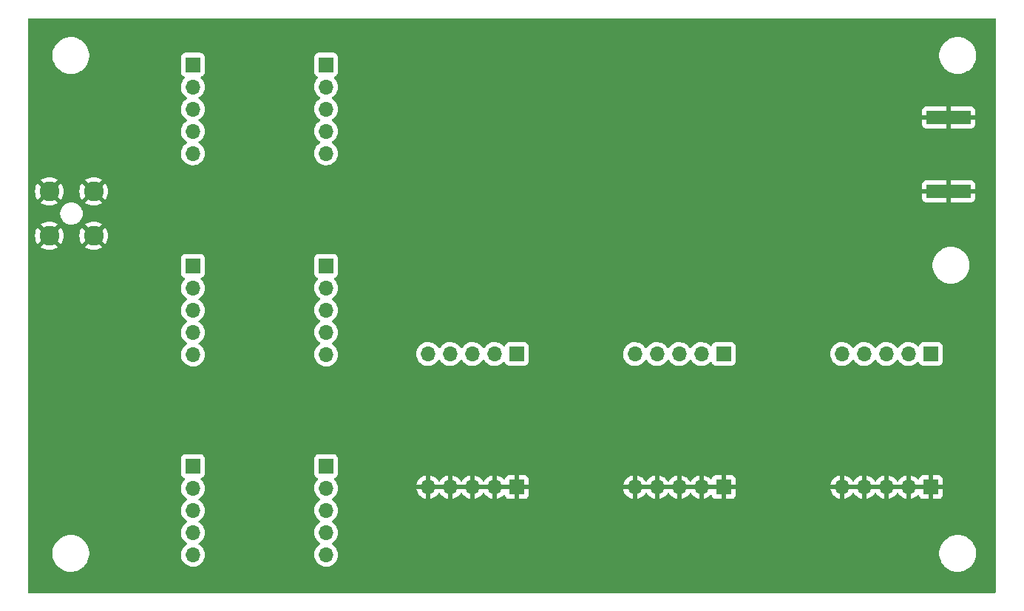
<source format=gbr>
%TF.GenerationSoftware,KiCad,Pcbnew,(6.0.4)*%
%TF.CreationDate,2022-04-28T22:30:41-04:00*%
%TF.ProjectId,cap_motherboad,6361705f-6d6f-4746-9865-72626f61642e,rev?*%
%TF.SameCoordinates,Original*%
%TF.FileFunction,Copper,L2,Bot*%
%TF.FilePolarity,Positive*%
%FSLAX46Y46*%
G04 Gerber Fmt 4.6, Leading zero omitted, Abs format (unit mm)*
G04 Created by KiCad (PCBNEW (6.0.4)) date 2022-04-28 22:30:41*
%MOMM*%
%LPD*%
G01*
G04 APERTURE LIST*
%TA.AperFunction,ComponentPad*%
%ADD10R,1.700000X1.700000*%
%TD*%
%TA.AperFunction,ComponentPad*%
%ADD11O,1.700000X1.700000*%
%TD*%
%TA.AperFunction,SMDPad,CuDef*%
%ADD12R,5.080000X1.500000*%
%TD*%
%TA.AperFunction,ComponentPad*%
%ADD13C,2.250000*%
%TD*%
%TA.AperFunction,ViaPad*%
%ADD14C,0.800000*%
%TD*%
G04 APERTURE END LIST*
D10*
%TO.P,J9,1,Pin_1*%
%TO.N,Net-(J4-Pad1)*%
X170410000Y-85105000D03*
D11*
%TO.P,J9,2,Pin_2*%
X167870000Y-85105000D03*
%TO.P,J9,3,Pin_3*%
X165330000Y-85105000D03*
%TO.P,J9,4,Pin_4*%
X162790000Y-85105000D03*
%TO.P,J9,5,Pin_5*%
X160250000Y-85105000D03*
%TD*%
D10*
%TO.P,J8,1,Pin_1*%
%TO.N,Net-(J4-Pad1)*%
X146680000Y-85105000D03*
D11*
%TO.P,J8,2,Pin_2*%
X144140000Y-85105000D03*
%TO.P,J8,3,Pin_3*%
X141600000Y-85105000D03*
%TO.P,J8,4,Pin_4*%
X139060000Y-85105000D03*
%TO.P,J8,5,Pin_5*%
X136520000Y-85105000D03*
%TD*%
D10*
%TO.P,J7,1,Pin_1*%
%TO.N,Net-(J4-Pad1)*%
X123000000Y-85105000D03*
D11*
%TO.P,J7,2,Pin_2*%
X120460000Y-85105000D03*
%TO.P,J7,3,Pin_3*%
X117920000Y-85105000D03*
%TO.P,J7,4,Pin_4*%
X115380000Y-85105000D03*
%TO.P,J7,5,Pin_5*%
X112840000Y-85105000D03*
%TD*%
D12*
%TO.P,SMA1,2,Ext*%
%TO.N,GND*%
X172437500Y-57980000D03*
X172437500Y-66480000D03*
%TD*%
D10*
%TO.P,J1,1,Pin_1*%
%TO.N,Net-(J1-Pad1)*%
X85900000Y-51950000D03*
D11*
%TO.P,J1,2,Pin_2*%
X85900000Y-54490000D03*
%TO.P,J1,3,Pin_3*%
X85900000Y-57030000D03*
%TO.P,J1,4,Pin_4*%
X85900000Y-59570000D03*
%TO.P,J1,5,Pin_5*%
X85900000Y-62110000D03*
%TD*%
D10*
%TO.P,J5,1,Pin_1*%
%TO.N,Net-(J4-Pad1)*%
X101150000Y-75000000D03*
D11*
%TO.P,J5,2,Pin_2*%
X101150000Y-77540000D03*
%TO.P,J5,3,Pin_3*%
X101150000Y-80080000D03*
%TO.P,J5,4,Pin_4*%
X101150000Y-82620000D03*
%TO.P,J5,5,Pin_5*%
X101150000Y-85160000D03*
%TD*%
D10*
%TO.P,J10,1,Pin_1*%
%TO.N,GND*%
X123000000Y-100355000D03*
D11*
%TO.P,J10,2,Pin_2*%
X120460000Y-100355000D03*
%TO.P,J10,3,Pin_3*%
X117920000Y-100355000D03*
%TO.P,J10,4,Pin_4*%
X115380000Y-100355000D03*
%TO.P,J10,5,Pin_5*%
X112840000Y-100355000D03*
%TD*%
D10*
%TO.P,J11,1,Pin_1*%
%TO.N,GND*%
X146680000Y-100355000D03*
D11*
%TO.P,J11,2,Pin_2*%
X144140000Y-100355000D03*
%TO.P,J11,3,Pin_3*%
X141600000Y-100355000D03*
%TO.P,J11,4,Pin_4*%
X139060000Y-100355000D03*
%TO.P,J11,5,Pin_5*%
X136520000Y-100355000D03*
%TD*%
D10*
%TO.P,J6,1,Pin_1*%
%TO.N,Net-(J4-Pad1)*%
X101150000Y-97950000D03*
D11*
%TO.P,J6,2,Pin_2*%
X101150000Y-100490000D03*
%TO.P,J6,3,Pin_3*%
X101150000Y-103030000D03*
%TO.P,J6,4,Pin_4*%
X101150000Y-105570000D03*
%TO.P,J6,5,Pin_5*%
X101150000Y-108110000D03*
%TD*%
D10*
%TO.P,J3,1,Pin_1*%
%TO.N,Net-(J1-Pad1)*%
X85900000Y-97950000D03*
D11*
%TO.P,J3,2,Pin_2*%
X85900000Y-100490000D03*
%TO.P,J3,3,Pin_3*%
X85900000Y-103030000D03*
%TO.P,J3,4,Pin_4*%
X85900000Y-105570000D03*
%TO.P,J3,5,Pin_5*%
X85900000Y-108110000D03*
%TD*%
D10*
%TO.P,J2,1,Pin_1*%
%TO.N,Net-(J1-Pad1)*%
X85900000Y-75000000D03*
D11*
%TO.P,J2,2,Pin_2*%
X85900000Y-77540000D03*
%TO.P,J2,3,Pin_3*%
X85900000Y-80080000D03*
%TO.P,J2,4,Pin_4*%
X85900000Y-82620000D03*
%TO.P,J2,5,Pin_5*%
X85900000Y-85160000D03*
%TD*%
D10*
%TO.P,J12,1,Pin_1*%
%TO.N,GND*%
X170410000Y-100355000D03*
D11*
%TO.P,J12,2,Pin_2*%
X167870000Y-100355000D03*
%TO.P,J12,3,Pin_3*%
X165330000Y-100355000D03*
%TO.P,J12,4,Pin_4*%
X162790000Y-100355000D03*
%TO.P,J12,5,Pin_5*%
X160250000Y-100355000D03*
%TD*%
D13*
%TO.P,QLA1,2,Ext*%
%TO.N,GND*%
X69460000Y-71540000D03*
X74540000Y-66460000D03*
X69460000Y-66460000D03*
X74540000Y-71540000D03*
%TD*%
D10*
%TO.P,J4,1,Pin_1*%
%TO.N,Net-(J4-Pad1)*%
X101150000Y-51950000D03*
D11*
%TO.P,J4,2,Pin_2*%
X101150000Y-54490000D03*
%TO.P,J4,3,Pin_3*%
X101150000Y-57030000D03*
%TO.P,J4,4,Pin_4*%
X101150000Y-59570000D03*
%TO.P,J4,5,Pin_5*%
X101150000Y-62110000D03*
%TD*%
D14*
%TO.N,GND*%
X173800000Y-66480000D03*
X173990000Y-57980000D03*
X170620000Y-57980000D03*
X170680000Y-66480000D03*
X172280000Y-66480000D03*
X172500000Y-57980000D03*
%TD*%
%TA.AperFunction,Conductor*%
%TO.N,GND*%
G36*
X177812121Y-46640002D02*
G01*
X177858614Y-46693658D01*
X177870000Y-46746000D01*
X177870000Y-112364000D01*
X177849998Y-112432121D01*
X177796342Y-112478614D01*
X177744000Y-112490000D01*
X67134500Y-112490000D01*
X67066379Y-112469998D01*
X67019886Y-112416342D01*
X67008500Y-112364000D01*
X67008500Y-108082703D01*
X69820743Y-108082703D01*
X69858268Y-108367734D01*
X69934129Y-108645036D01*
X69935813Y-108648984D01*
X70005379Y-108812077D01*
X70046923Y-108909476D01*
X70058693Y-108929142D01*
X70191576Y-109151173D01*
X70194561Y-109156161D01*
X70374313Y-109380528D01*
X70582851Y-109578423D01*
X70816317Y-109746186D01*
X70820112Y-109748195D01*
X70820113Y-109748196D01*
X70841869Y-109759715D01*
X71070392Y-109880712D01*
X71340373Y-109979511D01*
X71621264Y-110040755D01*
X71649841Y-110043004D01*
X71844282Y-110058307D01*
X71844291Y-110058307D01*
X71846739Y-110058500D01*
X72002271Y-110058500D01*
X72004407Y-110058354D01*
X72004418Y-110058354D01*
X72212548Y-110044165D01*
X72212554Y-110044164D01*
X72216825Y-110043873D01*
X72221020Y-110043004D01*
X72221022Y-110043004D01*
X72357584Y-110014723D01*
X72498342Y-109985574D01*
X72769343Y-109889607D01*
X73024812Y-109757750D01*
X73028313Y-109755289D01*
X73028317Y-109755287D01*
X73142417Y-109675096D01*
X73260023Y-109592441D01*
X73390102Y-109471564D01*
X73467479Y-109399661D01*
X73467481Y-109399658D01*
X73470622Y-109396740D01*
X73652713Y-109174268D01*
X73802927Y-108929142D01*
X73807384Y-108918990D01*
X73916757Y-108669830D01*
X73918483Y-108665898D01*
X73997244Y-108389406D01*
X74037751Y-108104784D01*
X74037845Y-108086951D01*
X74037899Y-108076695D01*
X84537251Y-108076695D01*
X84537548Y-108081848D01*
X84537548Y-108081851D01*
X84543011Y-108176590D01*
X84550110Y-108299715D01*
X84551247Y-108304761D01*
X84551248Y-108304767D01*
X84564480Y-108363478D01*
X84599222Y-108517639D01*
X84683266Y-108724616D01*
X84799987Y-108915088D01*
X84946250Y-109083938D01*
X85118126Y-109226632D01*
X85311000Y-109339338D01*
X85519692Y-109419030D01*
X85524760Y-109420061D01*
X85524763Y-109420062D01*
X85632017Y-109441883D01*
X85738597Y-109463567D01*
X85743772Y-109463757D01*
X85743774Y-109463757D01*
X85956673Y-109471564D01*
X85956677Y-109471564D01*
X85961837Y-109471753D01*
X85966957Y-109471097D01*
X85966959Y-109471097D01*
X86178288Y-109444025D01*
X86178289Y-109444025D01*
X86183416Y-109443368D01*
X86188366Y-109441883D01*
X86392429Y-109380661D01*
X86392434Y-109380659D01*
X86397384Y-109379174D01*
X86597994Y-109280896D01*
X86779860Y-109151173D01*
X86938096Y-108993489D01*
X86997594Y-108910689D01*
X87065435Y-108816277D01*
X87068453Y-108812077D01*
X87138756Y-108669830D01*
X87165136Y-108616453D01*
X87165137Y-108616451D01*
X87167430Y-108611811D01*
X87232370Y-108398069D01*
X87261529Y-108176590D01*
X87263156Y-108110000D01*
X87260418Y-108076695D01*
X99787251Y-108076695D01*
X99787548Y-108081848D01*
X99787548Y-108081851D01*
X99793011Y-108176590D01*
X99800110Y-108299715D01*
X99801247Y-108304761D01*
X99801248Y-108304767D01*
X99814480Y-108363478D01*
X99849222Y-108517639D01*
X99933266Y-108724616D01*
X100049987Y-108915088D01*
X100196250Y-109083938D01*
X100368126Y-109226632D01*
X100561000Y-109339338D01*
X100769692Y-109419030D01*
X100774760Y-109420061D01*
X100774763Y-109420062D01*
X100882017Y-109441883D01*
X100988597Y-109463567D01*
X100993772Y-109463757D01*
X100993774Y-109463757D01*
X101206673Y-109471564D01*
X101206677Y-109471564D01*
X101211837Y-109471753D01*
X101216957Y-109471097D01*
X101216959Y-109471097D01*
X101428288Y-109444025D01*
X101428289Y-109444025D01*
X101433416Y-109443368D01*
X101438366Y-109441883D01*
X101642429Y-109380661D01*
X101642434Y-109380659D01*
X101647384Y-109379174D01*
X101847994Y-109280896D01*
X102029860Y-109151173D01*
X102188096Y-108993489D01*
X102247594Y-108910689D01*
X102315435Y-108816277D01*
X102318453Y-108812077D01*
X102388756Y-108669830D01*
X102415136Y-108616453D01*
X102415137Y-108616451D01*
X102417430Y-108611811D01*
X102482370Y-108398069D01*
X102511529Y-108176590D01*
X102513156Y-108110000D01*
X102510912Y-108082703D01*
X171380743Y-108082703D01*
X171418268Y-108367734D01*
X171494129Y-108645036D01*
X171495813Y-108648984D01*
X171565379Y-108812077D01*
X171606923Y-108909476D01*
X171618693Y-108929142D01*
X171751576Y-109151173D01*
X171754561Y-109156161D01*
X171934313Y-109380528D01*
X172142851Y-109578423D01*
X172376317Y-109746186D01*
X172380112Y-109748195D01*
X172380113Y-109748196D01*
X172401869Y-109759715D01*
X172630392Y-109880712D01*
X172900373Y-109979511D01*
X173181264Y-110040755D01*
X173209841Y-110043004D01*
X173404282Y-110058307D01*
X173404291Y-110058307D01*
X173406739Y-110058500D01*
X173562271Y-110058500D01*
X173564407Y-110058354D01*
X173564418Y-110058354D01*
X173772548Y-110044165D01*
X173772554Y-110044164D01*
X173776825Y-110043873D01*
X173781020Y-110043004D01*
X173781022Y-110043004D01*
X173917584Y-110014723D01*
X174058342Y-109985574D01*
X174329343Y-109889607D01*
X174584812Y-109757750D01*
X174588313Y-109755289D01*
X174588317Y-109755287D01*
X174702417Y-109675096D01*
X174820023Y-109592441D01*
X174950102Y-109471564D01*
X175027479Y-109399661D01*
X175027481Y-109399658D01*
X175030622Y-109396740D01*
X175212713Y-109174268D01*
X175362927Y-108929142D01*
X175367384Y-108918990D01*
X175476757Y-108669830D01*
X175478483Y-108665898D01*
X175557244Y-108389406D01*
X175597751Y-108104784D01*
X175597845Y-108086951D01*
X175599235Y-107821583D01*
X175599235Y-107821576D01*
X175599257Y-107817297D01*
X175561732Y-107532266D01*
X175542371Y-107461492D01*
X175493436Y-107282617D01*
X175485871Y-107254964D01*
X175425340Y-107113051D01*
X175374763Y-106994476D01*
X175374761Y-106994472D01*
X175373077Y-106990524D01*
X175278155Y-106831921D01*
X175227643Y-106747521D01*
X175227640Y-106747517D01*
X175225439Y-106743839D01*
X175045687Y-106519472D01*
X174837149Y-106321577D01*
X174603683Y-106153814D01*
X174581843Y-106142250D01*
X174558654Y-106129972D01*
X174349608Y-106019288D01*
X174079627Y-105920489D01*
X173798736Y-105859245D01*
X173767685Y-105856801D01*
X173575718Y-105841693D01*
X173575709Y-105841693D01*
X173573261Y-105841500D01*
X173417729Y-105841500D01*
X173415593Y-105841646D01*
X173415582Y-105841646D01*
X173207452Y-105855835D01*
X173207446Y-105855836D01*
X173203175Y-105856127D01*
X173198980Y-105856996D01*
X173198978Y-105856996D01*
X173169875Y-105863023D01*
X172921658Y-105914426D01*
X172650657Y-106010393D01*
X172395188Y-106142250D01*
X172391687Y-106144711D01*
X172391683Y-106144713D01*
X172381594Y-106151804D01*
X172159977Y-106307559D01*
X171949378Y-106503260D01*
X171767287Y-106725732D01*
X171617073Y-106970858D01*
X171501517Y-107234102D01*
X171500342Y-107238229D01*
X171500341Y-107238230D01*
X171488933Y-107278277D01*
X171422756Y-107510594D01*
X171382249Y-107795216D01*
X171382227Y-107799505D01*
X171382226Y-107799512D01*
X171381766Y-107887361D01*
X171380743Y-108082703D01*
X102510912Y-108082703D01*
X102494852Y-107887361D01*
X102440431Y-107670702D01*
X102351354Y-107465840D01*
X102230014Y-107278277D01*
X102079670Y-107113051D01*
X102075619Y-107109852D01*
X102075615Y-107109848D01*
X101908414Y-106977800D01*
X101908410Y-106977798D01*
X101904359Y-106974598D01*
X101863053Y-106951796D01*
X101813084Y-106901364D01*
X101798312Y-106831921D01*
X101823428Y-106765516D01*
X101850780Y-106738909D01*
X101894603Y-106707650D01*
X102029860Y-106611173D01*
X102188096Y-106453489D01*
X102247594Y-106370689D01*
X102315435Y-106276277D01*
X102318453Y-106272077D01*
X102417430Y-106071811D01*
X102482370Y-105858069D01*
X102511529Y-105636590D01*
X102513156Y-105570000D01*
X102494852Y-105347361D01*
X102440431Y-105130702D01*
X102351354Y-104925840D01*
X102230014Y-104738277D01*
X102079670Y-104573051D01*
X102075619Y-104569852D01*
X102075615Y-104569848D01*
X101908414Y-104437800D01*
X101908410Y-104437798D01*
X101904359Y-104434598D01*
X101863053Y-104411796D01*
X101813084Y-104361364D01*
X101798312Y-104291921D01*
X101823428Y-104225516D01*
X101850780Y-104198909D01*
X101894603Y-104167650D01*
X102029860Y-104071173D01*
X102188096Y-103913489D01*
X102247594Y-103830689D01*
X102315435Y-103736277D01*
X102318453Y-103732077D01*
X102417430Y-103531811D01*
X102482370Y-103318069D01*
X102511529Y-103096590D01*
X102513156Y-103030000D01*
X102494852Y-102807361D01*
X102440431Y-102590702D01*
X102351354Y-102385840D01*
X102230014Y-102198277D01*
X102079670Y-102033051D01*
X102075619Y-102029852D01*
X102075615Y-102029848D01*
X101908414Y-101897800D01*
X101908410Y-101897798D01*
X101904359Y-101894598D01*
X101863053Y-101871796D01*
X101813084Y-101821364D01*
X101798312Y-101751921D01*
X101823428Y-101685516D01*
X101850780Y-101658909D01*
X101903319Y-101621433D01*
X102029860Y-101531173D01*
X102038600Y-101522464D01*
X102184435Y-101377137D01*
X102188096Y-101373489D01*
X102247594Y-101290689D01*
X102315435Y-101196277D01*
X102318453Y-101192077D01*
X102417430Y-100991811D01*
X102482370Y-100778069D01*
X102502790Y-100622966D01*
X111508257Y-100622966D01*
X111538565Y-100757446D01*
X111541645Y-100767275D01*
X111621770Y-100964603D01*
X111626413Y-100973794D01*
X111737694Y-101155388D01*
X111743777Y-101163699D01*
X111883213Y-101324667D01*
X111890580Y-101331883D01*
X112054434Y-101467916D01*
X112062881Y-101473831D01*
X112246756Y-101581279D01*
X112256042Y-101585729D01*
X112455001Y-101661703D01*
X112464899Y-101664579D01*
X112568250Y-101685606D01*
X112582299Y-101684410D01*
X112586000Y-101674065D01*
X112586000Y-101673517D01*
X113094000Y-101673517D01*
X113098064Y-101687359D01*
X113111478Y-101689393D01*
X113118184Y-101688534D01*
X113128262Y-101686392D01*
X113332255Y-101625191D01*
X113341842Y-101621433D01*
X113533095Y-101527739D01*
X113541945Y-101522464D01*
X113715328Y-101398792D01*
X113723200Y-101392139D01*
X113874052Y-101241812D01*
X113880730Y-101233965D01*
X114008022Y-101056819D01*
X114009147Y-101057627D01*
X114056669Y-101013876D01*
X114126607Y-101001661D01*
X114192046Y-101029197D01*
X114219870Y-101061028D01*
X114277690Y-101155383D01*
X114283777Y-101163699D01*
X114423213Y-101324667D01*
X114430580Y-101331883D01*
X114594434Y-101467916D01*
X114602881Y-101473831D01*
X114786756Y-101581279D01*
X114796042Y-101585729D01*
X114995001Y-101661703D01*
X115004899Y-101664579D01*
X115108250Y-101685606D01*
X115122299Y-101684410D01*
X115126000Y-101674065D01*
X115126000Y-101673517D01*
X115634000Y-101673517D01*
X115638064Y-101687359D01*
X115651478Y-101689393D01*
X115658184Y-101688534D01*
X115668262Y-101686392D01*
X115872255Y-101625191D01*
X115881842Y-101621433D01*
X116073095Y-101527739D01*
X116081945Y-101522464D01*
X116255328Y-101398792D01*
X116263200Y-101392139D01*
X116414052Y-101241812D01*
X116420730Y-101233965D01*
X116548022Y-101056819D01*
X116549147Y-101057627D01*
X116596669Y-101013876D01*
X116666607Y-101001661D01*
X116732046Y-101029197D01*
X116759870Y-101061028D01*
X116817690Y-101155383D01*
X116823777Y-101163699D01*
X116963213Y-101324667D01*
X116970580Y-101331883D01*
X117134434Y-101467916D01*
X117142881Y-101473831D01*
X117326756Y-101581279D01*
X117336042Y-101585729D01*
X117535001Y-101661703D01*
X117544899Y-101664579D01*
X117648250Y-101685606D01*
X117662299Y-101684410D01*
X117666000Y-101674065D01*
X117666000Y-101673517D01*
X118174000Y-101673517D01*
X118178064Y-101687359D01*
X118191478Y-101689393D01*
X118198184Y-101688534D01*
X118208262Y-101686392D01*
X118412255Y-101625191D01*
X118421842Y-101621433D01*
X118613095Y-101527739D01*
X118621945Y-101522464D01*
X118795328Y-101398792D01*
X118803200Y-101392139D01*
X118954052Y-101241812D01*
X118960730Y-101233965D01*
X119088022Y-101056819D01*
X119089147Y-101057627D01*
X119136669Y-101013876D01*
X119206607Y-101001661D01*
X119272046Y-101029197D01*
X119299870Y-101061028D01*
X119357690Y-101155383D01*
X119363777Y-101163699D01*
X119503213Y-101324667D01*
X119510580Y-101331883D01*
X119674434Y-101467916D01*
X119682881Y-101473831D01*
X119866756Y-101581279D01*
X119876042Y-101585729D01*
X120075001Y-101661703D01*
X120084899Y-101664579D01*
X120188250Y-101685606D01*
X120202299Y-101684410D01*
X120206000Y-101674065D01*
X120206000Y-101673517D01*
X120714000Y-101673517D01*
X120718064Y-101687359D01*
X120731478Y-101689393D01*
X120738184Y-101688534D01*
X120748262Y-101686392D01*
X120952255Y-101625191D01*
X120961842Y-101621433D01*
X121153095Y-101527739D01*
X121161945Y-101522464D01*
X121335328Y-101398792D01*
X121343200Y-101392139D01*
X121448286Y-101287418D01*
X121510657Y-101253501D01*
X121581464Y-101258689D01*
X121638226Y-101301335D01*
X121655208Y-101332439D01*
X121696675Y-101443052D01*
X121705214Y-101458649D01*
X121781715Y-101560724D01*
X121794276Y-101573285D01*
X121896351Y-101649786D01*
X121911946Y-101658324D01*
X122032394Y-101703478D01*
X122047649Y-101707105D01*
X122098514Y-101712631D01*
X122105328Y-101713000D01*
X122727885Y-101713000D01*
X122743124Y-101708525D01*
X122744329Y-101707135D01*
X122746000Y-101699452D01*
X122746000Y-101694884D01*
X123254000Y-101694884D01*
X123258475Y-101710123D01*
X123259865Y-101711328D01*
X123267548Y-101712999D01*
X123894669Y-101712999D01*
X123901490Y-101712629D01*
X123952352Y-101707105D01*
X123967604Y-101703479D01*
X124088054Y-101658324D01*
X124103649Y-101649786D01*
X124205724Y-101573285D01*
X124218285Y-101560724D01*
X124294786Y-101458649D01*
X124303324Y-101443054D01*
X124348478Y-101322606D01*
X124352105Y-101307351D01*
X124357631Y-101256486D01*
X124358000Y-101249672D01*
X124358000Y-100627115D01*
X124356782Y-100622966D01*
X135188257Y-100622966D01*
X135218565Y-100757446D01*
X135221645Y-100767275D01*
X135301770Y-100964603D01*
X135306413Y-100973794D01*
X135417694Y-101155388D01*
X135423777Y-101163699D01*
X135563213Y-101324667D01*
X135570580Y-101331883D01*
X135734434Y-101467916D01*
X135742881Y-101473831D01*
X135926756Y-101581279D01*
X135936042Y-101585729D01*
X136135001Y-101661703D01*
X136144899Y-101664579D01*
X136248250Y-101685606D01*
X136262299Y-101684410D01*
X136266000Y-101674065D01*
X136266000Y-101673517D01*
X136774000Y-101673517D01*
X136778064Y-101687359D01*
X136791478Y-101689393D01*
X136798184Y-101688534D01*
X136808262Y-101686392D01*
X137012255Y-101625191D01*
X137021842Y-101621433D01*
X137213095Y-101527739D01*
X137221945Y-101522464D01*
X137395328Y-101398792D01*
X137403200Y-101392139D01*
X137554052Y-101241812D01*
X137560730Y-101233965D01*
X137688022Y-101056819D01*
X137689147Y-101057627D01*
X137736669Y-101013876D01*
X137806607Y-101001661D01*
X137872046Y-101029197D01*
X137899870Y-101061028D01*
X137957690Y-101155383D01*
X137963777Y-101163699D01*
X138103213Y-101324667D01*
X138110580Y-101331883D01*
X138274434Y-101467916D01*
X138282881Y-101473831D01*
X138466756Y-101581279D01*
X138476042Y-101585729D01*
X138675001Y-101661703D01*
X138684899Y-101664579D01*
X138788250Y-101685606D01*
X138802299Y-101684410D01*
X138806000Y-101674065D01*
X138806000Y-101673517D01*
X139314000Y-101673517D01*
X139318064Y-101687359D01*
X139331478Y-101689393D01*
X139338184Y-101688534D01*
X139348262Y-101686392D01*
X139552255Y-101625191D01*
X139561842Y-101621433D01*
X139753095Y-101527739D01*
X139761945Y-101522464D01*
X139935328Y-101398792D01*
X139943200Y-101392139D01*
X140094052Y-101241812D01*
X140100730Y-101233965D01*
X140228022Y-101056819D01*
X140229147Y-101057627D01*
X140276669Y-101013876D01*
X140346607Y-101001661D01*
X140412046Y-101029197D01*
X140439870Y-101061028D01*
X140497690Y-101155383D01*
X140503777Y-101163699D01*
X140643213Y-101324667D01*
X140650580Y-101331883D01*
X140814434Y-101467916D01*
X140822881Y-101473831D01*
X141006756Y-101581279D01*
X141016042Y-101585729D01*
X141215001Y-101661703D01*
X141224899Y-101664579D01*
X141328250Y-101685606D01*
X141342299Y-101684410D01*
X141346000Y-101674065D01*
X141346000Y-101673517D01*
X141854000Y-101673517D01*
X141858064Y-101687359D01*
X141871478Y-101689393D01*
X141878184Y-101688534D01*
X141888262Y-101686392D01*
X142092255Y-101625191D01*
X142101842Y-101621433D01*
X142293095Y-101527739D01*
X142301945Y-101522464D01*
X142475328Y-101398792D01*
X142483200Y-101392139D01*
X142634052Y-101241812D01*
X142640730Y-101233965D01*
X142768022Y-101056819D01*
X142769147Y-101057627D01*
X142816669Y-101013876D01*
X142886607Y-101001661D01*
X142952046Y-101029197D01*
X142979870Y-101061028D01*
X143037690Y-101155383D01*
X143043777Y-101163699D01*
X143183213Y-101324667D01*
X143190580Y-101331883D01*
X143354434Y-101467916D01*
X143362881Y-101473831D01*
X143546756Y-101581279D01*
X143556042Y-101585729D01*
X143755001Y-101661703D01*
X143764899Y-101664579D01*
X143868250Y-101685606D01*
X143882299Y-101684410D01*
X143886000Y-101674065D01*
X143886000Y-101673517D01*
X144394000Y-101673517D01*
X144398064Y-101687359D01*
X144411478Y-101689393D01*
X144418184Y-101688534D01*
X144428262Y-101686392D01*
X144632255Y-101625191D01*
X144641842Y-101621433D01*
X144833095Y-101527739D01*
X144841945Y-101522464D01*
X145015328Y-101398792D01*
X145023200Y-101392139D01*
X145128286Y-101287418D01*
X145190657Y-101253501D01*
X145261464Y-101258689D01*
X145318226Y-101301335D01*
X145335208Y-101332439D01*
X145376675Y-101443052D01*
X145385214Y-101458649D01*
X145461715Y-101560724D01*
X145474276Y-101573285D01*
X145576351Y-101649786D01*
X145591946Y-101658324D01*
X145712394Y-101703478D01*
X145727649Y-101707105D01*
X145778514Y-101712631D01*
X145785328Y-101713000D01*
X146407885Y-101713000D01*
X146423124Y-101708525D01*
X146424329Y-101707135D01*
X146426000Y-101699452D01*
X146426000Y-101694884D01*
X146934000Y-101694884D01*
X146938475Y-101710123D01*
X146939865Y-101711328D01*
X146947548Y-101712999D01*
X147574669Y-101712999D01*
X147581490Y-101712629D01*
X147632352Y-101707105D01*
X147647604Y-101703479D01*
X147768054Y-101658324D01*
X147783649Y-101649786D01*
X147885724Y-101573285D01*
X147898285Y-101560724D01*
X147974786Y-101458649D01*
X147983324Y-101443054D01*
X148028478Y-101322606D01*
X148032105Y-101307351D01*
X148037631Y-101256486D01*
X148038000Y-101249672D01*
X148038000Y-100627115D01*
X148036782Y-100622966D01*
X158918257Y-100622966D01*
X158948565Y-100757446D01*
X158951645Y-100767275D01*
X159031770Y-100964603D01*
X159036413Y-100973794D01*
X159147694Y-101155388D01*
X159153777Y-101163699D01*
X159293213Y-101324667D01*
X159300580Y-101331883D01*
X159464434Y-101467916D01*
X159472881Y-101473831D01*
X159656756Y-101581279D01*
X159666042Y-101585729D01*
X159865001Y-101661703D01*
X159874899Y-101664579D01*
X159978250Y-101685606D01*
X159992299Y-101684410D01*
X159996000Y-101674065D01*
X159996000Y-101673517D01*
X160504000Y-101673517D01*
X160508064Y-101687359D01*
X160521478Y-101689393D01*
X160528184Y-101688534D01*
X160538262Y-101686392D01*
X160742255Y-101625191D01*
X160751842Y-101621433D01*
X160943095Y-101527739D01*
X160951945Y-101522464D01*
X161125328Y-101398792D01*
X161133200Y-101392139D01*
X161284052Y-101241812D01*
X161290730Y-101233965D01*
X161418022Y-101056819D01*
X161419147Y-101057627D01*
X161466669Y-101013876D01*
X161536607Y-101001661D01*
X161602046Y-101029197D01*
X161629870Y-101061028D01*
X161687690Y-101155383D01*
X161693777Y-101163699D01*
X161833213Y-101324667D01*
X161840580Y-101331883D01*
X162004434Y-101467916D01*
X162012881Y-101473831D01*
X162196756Y-101581279D01*
X162206042Y-101585729D01*
X162405001Y-101661703D01*
X162414899Y-101664579D01*
X162518250Y-101685606D01*
X162532299Y-101684410D01*
X162536000Y-101674065D01*
X162536000Y-101673517D01*
X163044000Y-101673517D01*
X163048064Y-101687359D01*
X163061478Y-101689393D01*
X163068184Y-101688534D01*
X163078262Y-101686392D01*
X163282255Y-101625191D01*
X163291842Y-101621433D01*
X163483095Y-101527739D01*
X163491945Y-101522464D01*
X163665328Y-101398792D01*
X163673200Y-101392139D01*
X163824052Y-101241812D01*
X163830730Y-101233965D01*
X163958022Y-101056819D01*
X163959147Y-101057627D01*
X164006669Y-101013876D01*
X164076607Y-101001661D01*
X164142046Y-101029197D01*
X164169870Y-101061028D01*
X164227690Y-101155383D01*
X164233777Y-101163699D01*
X164373213Y-101324667D01*
X164380580Y-101331883D01*
X164544434Y-101467916D01*
X164552881Y-101473831D01*
X164736756Y-101581279D01*
X164746042Y-101585729D01*
X164945001Y-101661703D01*
X164954899Y-101664579D01*
X165058250Y-101685606D01*
X165072299Y-101684410D01*
X165076000Y-101674065D01*
X165076000Y-101673517D01*
X165584000Y-101673517D01*
X165588064Y-101687359D01*
X165601478Y-101689393D01*
X165608184Y-101688534D01*
X165618262Y-101686392D01*
X165822255Y-101625191D01*
X165831842Y-101621433D01*
X166023095Y-101527739D01*
X166031945Y-101522464D01*
X166205328Y-101398792D01*
X166213200Y-101392139D01*
X166364052Y-101241812D01*
X166370730Y-101233965D01*
X166498022Y-101056819D01*
X166499147Y-101057627D01*
X166546669Y-101013876D01*
X166616607Y-101001661D01*
X166682046Y-101029197D01*
X166709870Y-101061028D01*
X166767690Y-101155383D01*
X166773777Y-101163699D01*
X166913213Y-101324667D01*
X166920580Y-101331883D01*
X167084434Y-101467916D01*
X167092881Y-101473831D01*
X167276756Y-101581279D01*
X167286042Y-101585729D01*
X167485001Y-101661703D01*
X167494899Y-101664579D01*
X167598250Y-101685606D01*
X167612299Y-101684410D01*
X167616000Y-101674065D01*
X167616000Y-101673517D01*
X168124000Y-101673517D01*
X168128064Y-101687359D01*
X168141478Y-101689393D01*
X168148184Y-101688534D01*
X168158262Y-101686392D01*
X168362255Y-101625191D01*
X168371842Y-101621433D01*
X168563095Y-101527739D01*
X168571945Y-101522464D01*
X168745328Y-101398792D01*
X168753200Y-101392139D01*
X168858286Y-101287418D01*
X168920657Y-101253501D01*
X168991464Y-101258689D01*
X169048226Y-101301335D01*
X169065208Y-101332439D01*
X169106675Y-101443052D01*
X169115214Y-101458649D01*
X169191715Y-101560724D01*
X169204276Y-101573285D01*
X169306351Y-101649786D01*
X169321946Y-101658324D01*
X169442394Y-101703478D01*
X169457649Y-101707105D01*
X169508514Y-101712631D01*
X169515328Y-101713000D01*
X170137885Y-101713000D01*
X170153124Y-101708525D01*
X170154329Y-101707135D01*
X170156000Y-101699452D01*
X170156000Y-101694884D01*
X170664000Y-101694884D01*
X170668475Y-101710123D01*
X170669865Y-101711328D01*
X170677548Y-101712999D01*
X171304669Y-101712999D01*
X171311490Y-101712629D01*
X171362352Y-101707105D01*
X171377604Y-101703479D01*
X171498054Y-101658324D01*
X171513649Y-101649786D01*
X171615724Y-101573285D01*
X171628285Y-101560724D01*
X171704786Y-101458649D01*
X171713324Y-101443054D01*
X171758478Y-101322606D01*
X171762105Y-101307351D01*
X171767631Y-101256486D01*
X171768000Y-101249672D01*
X171768000Y-100627115D01*
X171763525Y-100611876D01*
X171762135Y-100610671D01*
X171754452Y-100609000D01*
X170682115Y-100609000D01*
X170666876Y-100613475D01*
X170665671Y-100614865D01*
X170664000Y-100622548D01*
X170664000Y-101694884D01*
X170156000Y-101694884D01*
X170156000Y-100627115D01*
X170151525Y-100611876D01*
X170150135Y-100610671D01*
X170142452Y-100609000D01*
X168142115Y-100609000D01*
X168126876Y-100613475D01*
X168125671Y-100614865D01*
X168124000Y-100622548D01*
X168124000Y-101673517D01*
X167616000Y-101673517D01*
X167616000Y-100627115D01*
X167611525Y-100611876D01*
X167610135Y-100610671D01*
X167602452Y-100609000D01*
X165602115Y-100609000D01*
X165586876Y-100613475D01*
X165585671Y-100614865D01*
X165584000Y-100622548D01*
X165584000Y-101673517D01*
X165076000Y-101673517D01*
X165076000Y-100627115D01*
X165071525Y-100611876D01*
X165070135Y-100610671D01*
X165062452Y-100609000D01*
X163062115Y-100609000D01*
X163046876Y-100613475D01*
X163045671Y-100614865D01*
X163044000Y-100622548D01*
X163044000Y-101673517D01*
X162536000Y-101673517D01*
X162536000Y-100627115D01*
X162531525Y-100611876D01*
X162530135Y-100610671D01*
X162522452Y-100609000D01*
X160522115Y-100609000D01*
X160506876Y-100613475D01*
X160505671Y-100614865D01*
X160504000Y-100622548D01*
X160504000Y-101673517D01*
X159996000Y-101673517D01*
X159996000Y-100627115D01*
X159991525Y-100611876D01*
X159990135Y-100610671D01*
X159982452Y-100609000D01*
X158933225Y-100609000D01*
X158919694Y-100612973D01*
X158918257Y-100622966D01*
X148036782Y-100622966D01*
X148033525Y-100611876D01*
X148032135Y-100610671D01*
X148024452Y-100609000D01*
X146952115Y-100609000D01*
X146936876Y-100613475D01*
X146935671Y-100614865D01*
X146934000Y-100622548D01*
X146934000Y-101694884D01*
X146426000Y-101694884D01*
X146426000Y-100627115D01*
X146421525Y-100611876D01*
X146420135Y-100610671D01*
X146412452Y-100609000D01*
X144412115Y-100609000D01*
X144396876Y-100613475D01*
X144395671Y-100614865D01*
X144394000Y-100622548D01*
X144394000Y-101673517D01*
X143886000Y-101673517D01*
X143886000Y-100627115D01*
X143881525Y-100611876D01*
X143880135Y-100610671D01*
X143872452Y-100609000D01*
X141872115Y-100609000D01*
X141856876Y-100613475D01*
X141855671Y-100614865D01*
X141854000Y-100622548D01*
X141854000Y-101673517D01*
X141346000Y-101673517D01*
X141346000Y-100627115D01*
X141341525Y-100611876D01*
X141340135Y-100610671D01*
X141332452Y-100609000D01*
X139332115Y-100609000D01*
X139316876Y-100613475D01*
X139315671Y-100614865D01*
X139314000Y-100622548D01*
X139314000Y-101673517D01*
X138806000Y-101673517D01*
X138806000Y-100627115D01*
X138801525Y-100611876D01*
X138800135Y-100610671D01*
X138792452Y-100609000D01*
X136792115Y-100609000D01*
X136776876Y-100613475D01*
X136775671Y-100614865D01*
X136774000Y-100622548D01*
X136774000Y-101673517D01*
X136266000Y-101673517D01*
X136266000Y-100627115D01*
X136261525Y-100611876D01*
X136260135Y-100610671D01*
X136252452Y-100609000D01*
X135203225Y-100609000D01*
X135189694Y-100612973D01*
X135188257Y-100622966D01*
X124356782Y-100622966D01*
X124353525Y-100611876D01*
X124352135Y-100610671D01*
X124344452Y-100609000D01*
X123272115Y-100609000D01*
X123256876Y-100613475D01*
X123255671Y-100614865D01*
X123254000Y-100622548D01*
X123254000Y-101694884D01*
X122746000Y-101694884D01*
X122746000Y-100627115D01*
X122741525Y-100611876D01*
X122740135Y-100610671D01*
X122732452Y-100609000D01*
X120732115Y-100609000D01*
X120716876Y-100613475D01*
X120715671Y-100614865D01*
X120714000Y-100622548D01*
X120714000Y-101673517D01*
X120206000Y-101673517D01*
X120206000Y-100627115D01*
X120201525Y-100611876D01*
X120200135Y-100610671D01*
X120192452Y-100609000D01*
X118192115Y-100609000D01*
X118176876Y-100613475D01*
X118175671Y-100614865D01*
X118174000Y-100622548D01*
X118174000Y-101673517D01*
X117666000Y-101673517D01*
X117666000Y-100627115D01*
X117661525Y-100611876D01*
X117660135Y-100610671D01*
X117652452Y-100609000D01*
X115652115Y-100609000D01*
X115636876Y-100613475D01*
X115635671Y-100614865D01*
X115634000Y-100622548D01*
X115634000Y-101673517D01*
X115126000Y-101673517D01*
X115126000Y-100627115D01*
X115121525Y-100611876D01*
X115120135Y-100610671D01*
X115112452Y-100609000D01*
X113112115Y-100609000D01*
X113096876Y-100613475D01*
X113095671Y-100614865D01*
X113094000Y-100622548D01*
X113094000Y-101673517D01*
X112586000Y-101673517D01*
X112586000Y-100627115D01*
X112581525Y-100611876D01*
X112580135Y-100610671D01*
X112572452Y-100609000D01*
X111523225Y-100609000D01*
X111509694Y-100612973D01*
X111508257Y-100622966D01*
X102502790Y-100622966D01*
X102511529Y-100556590D01*
X102513156Y-100490000D01*
X102494852Y-100267361D01*
X102450097Y-100089183D01*
X111504389Y-100089183D01*
X111505912Y-100097607D01*
X111518292Y-100101000D01*
X112567885Y-100101000D01*
X112583124Y-100096525D01*
X112584329Y-100095135D01*
X112586000Y-100087452D01*
X112586000Y-100082885D01*
X113094000Y-100082885D01*
X113098475Y-100098124D01*
X113099865Y-100099329D01*
X113107548Y-100101000D01*
X115107885Y-100101000D01*
X115123124Y-100096525D01*
X115124329Y-100095135D01*
X115126000Y-100087452D01*
X115126000Y-100082885D01*
X115634000Y-100082885D01*
X115638475Y-100098124D01*
X115639865Y-100099329D01*
X115647548Y-100101000D01*
X117647885Y-100101000D01*
X117663124Y-100096525D01*
X117664329Y-100095135D01*
X117666000Y-100087452D01*
X117666000Y-100082885D01*
X118174000Y-100082885D01*
X118178475Y-100098124D01*
X118179865Y-100099329D01*
X118187548Y-100101000D01*
X120187885Y-100101000D01*
X120203124Y-100096525D01*
X120204329Y-100095135D01*
X120206000Y-100087452D01*
X120206000Y-100082885D01*
X120714000Y-100082885D01*
X120718475Y-100098124D01*
X120719865Y-100099329D01*
X120727548Y-100101000D01*
X122727885Y-100101000D01*
X122743124Y-100096525D01*
X122744329Y-100095135D01*
X122746000Y-100087452D01*
X122746000Y-100082885D01*
X123254000Y-100082885D01*
X123258475Y-100098124D01*
X123259865Y-100099329D01*
X123267548Y-100101000D01*
X124339884Y-100101000D01*
X124355123Y-100096525D01*
X124356328Y-100095135D01*
X124357623Y-100089183D01*
X135184389Y-100089183D01*
X135185912Y-100097607D01*
X135198292Y-100101000D01*
X136247885Y-100101000D01*
X136263124Y-100096525D01*
X136264329Y-100095135D01*
X136266000Y-100087452D01*
X136266000Y-100082885D01*
X136774000Y-100082885D01*
X136778475Y-100098124D01*
X136779865Y-100099329D01*
X136787548Y-100101000D01*
X138787885Y-100101000D01*
X138803124Y-100096525D01*
X138804329Y-100095135D01*
X138806000Y-100087452D01*
X138806000Y-100082885D01*
X139314000Y-100082885D01*
X139318475Y-100098124D01*
X139319865Y-100099329D01*
X139327548Y-100101000D01*
X141327885Y-100101000D01*
X141343124Y-100096525D01*
X141344329Y-100095135D01*
X141346000Y-100087452D01*
X141346000Y-100082885D01*
X141854000Y-100082885D01*
X141858475Y-100098124D01*
X141859865Y-100099329D01*
X141867548Y-100101000D01*
X143867885Y-100101000D01*
X143883124Y-100096525D01*
X143884329Y-100095135D01*
X143886000Y-100087452D01*
X143886000Y-100082885D01*
X144394000Y-100082885D01*
X144398475Y-100098124D01*
X144399865Y-100099329D01*
X144407548Y-100101000D01*
X146407885Y-100101000D01*
X146423124Y-100096525D01*
X146424329Y-100095135D01*
X146426000Y-100087452D01*
X146426000Y-100082885D01*
X146934000Y-100082885D01*
X146938475Y-100098124D01*
X146939865Y-100099329D01*
X146947548Y-100101000D01*
X148019884Y-100101000D01*
X148035123Y-100096525D01*
X148036328Y-100095135D01*
X148037623Y-100089183D01*
X158914389Y-100089183D01*
X158915912Y-100097607D01*
X158928292Y-100101000D01*
X159977885Y-100101000D01*
X159993124Y-100096525D01*
X159994329Y-100095135D01*
X159996000Y-100087452D01*
X159996000Y-100082885D01*
X160504000Y-100082885D01*
X160508475Y-100098124D01*
X160509865Y-100099329D01*
X160517548Y-100101000D01*
X162517885Y-100101000D01*
X162533124Y-100096525D01*
X162534329Y-100095135D01*
X162536000Y-100087452D01*
X162536000Y-100082885D01*
X163044000Y-100082885D01*
X163048475Y-100098124D01*
X163049865Y-100099329D01*
X163057548Y-100101000D01*
X165057885Y-100101000D01*
X165073124Y-100096525D01*
X165074329Y-100095135D01*
X165076000Y-100087452D01*
X165076000Y-100082885D01*
X165584000Y-100082885D01*
X165588475Y-100098124D01*
X165589865Y-100099329D01*
X165597548Y-100101000D01*
X167597885Y-100101000D01*
X167613124Y-100096525D01*
X167614329Y-100095135D01*
X167616000Y-100087452D01*
X167616000Y-100082885D01*
X168124000Y-100082885D01*
X168128475Y-100098124D01*
X168129865Y-100099329D01*
X168137548Y-100101000D01*
X170137885Y-100101000D01*
X170153124Y-100096525D01*
X170154329Y-100095135D01*
X170156000Y-100087452D01*
X170156000Y-100082885D01*
X170664000Y-100082885D01*
X170668475Y-100098124D01*
X170669865Y-100099329D01*
X170677548Y-100101000D01*
X171749884Y-100101000D01*
X171765123Y-100096525D01*
X171766328Y-100095135D01*
X171767999Y-100087452D01*
X171767999Y-99460331D01*
X171767629Y-99453510D01*
X171762105Y-99402648D01*
X171758479Y-99387396D01*
X171713324Y-99266946D01*
X171704786Y-99251351D01*
X171628285Y-99149276D01*
X171615724Y-99136715D01*
X171513649Y-99060214D01*
X171498054Y-99051676D01*
X171377606Y-99006522D01*
X171362351Y-99002895D01*
X171311486Y-98997369D01*
X171304672Y-98997000D01*
X170682115Y-98997000D01*
X170666876Y-99001475D01*
X170665671Y-99002865D01*
X170664000Y-99010548D01*
X170664000Y-100082885D01*
X170156000Y-100082885D01*
X170156000Y-99015116D01*
X170151525Y-98999877D01*
X170150135Y-98998672D01*
X170142452Y-98997001D01*
X169515331Y-98997001D01*
X169508510Y-98997371D01*
X169457648Y-99002895D01*
X169442396Y-99006521D01*
X169321946Y-99051676D01*
X169306351Y-99060214D01*
X169204276Y-99136715D01*
X169191715Y-99149276D01*
X169115214Y-99251351D01*
X169106676Y-99266946D01*
X169065100Y-99377849D01*
X169022458Y-99434613D01*
X168955897Y-99459313D01*
X168886548Y-99444105D01*
X168853925Y-99418419D01*
X168802806Y-99362240D01*
X168795273Y-99355215D01*
X168628139Y-99223222D01*
X168619552Y-99217517D01*
X168433117Y-99114599D01*
X168423705Y-99110369D01*
X168222959Y-99039280D01*
X168212988Y-99036646D01*
X168141837Y-99023972D01*
X168128540Y-99025432D01*
X168124000Y-99039989D01*
X168124000Y-100082885D01*
X167616000Y-100082885D01*
X167616000Y-99038102D01*
X167612082Y-99024758D01*
X167597806Y-99022771D01*
X167559324Y-99028660D01*
X167549288Y-99031051D01*
X167346868Y-99097212D01*
X167337359Y-99101209D01*
X167148463Y-99199542D01*
X167139738Y-99205036D01*
X166969433Y-99332905D01*
X166961726Y-99339748D01*
X166814590Y-99493717D01*
X166808104Y-99501727D01*
X166703193Y-99655521D01*
X166648282Y-99700524D01*
X166577757Y-99708695D01*
X166514010Y-99677441D01*
X166493313Y-99652957D01*
X166412427Y-99527926D01*
X166406136Y-99519757D01*
X166262806Y-99362240D01*
X166255273Y-99355215D01*
X166088139Y-99223222D01*
X166079552Y-99217517D01*
X165893117Y-99114599D01*
X165883705Y-99110369D01*
X165682959Y-99039280D01*
X165672988Y-99036646D01*
X165601837Y-99023972D01*
X165588540Y-99025432D01*
X165584000Y-99039989D01*
X165584000Y-100082885D01*
X165076000Y-100082885D01*
X165076000Y-99038102D01*
X165072082Y-99024758D01*
X165057806Y-99022771D01*
X165019324Y-99028660D01*
X165009288Y-99031051D01*
X164806868Y-99097212D01*
X164797359Y-99101209D01*
X164608463Y-99199542D01*
X164599738Y-99205036D01*
X164429433Y-99332905D01*
X164421726Y-99339748D01*
X164274590Y-99493717D01*
X164268104Y-99501727D01*
X164163193Y-99655521D01*
X164108282Y-99700524D01*
X164037757Y-99708695D01*
X163974010Y-99677441D01*
X163953313Y-99652957D01*
X163872427Y-99527926D01*
X163866136Y-99519757D01*
X163722806Y-99362240D01*
X163715273Y-99355215D01*
X163548139Y-99223222D01*
X163539552Y-99217517D01*
X163353117Y-99114599D01*
X163343705Y-99110369D01*
X163142959Y-99039280D01*
X163132988Y-99036646D01*
X163061837Y-99023972D01*
X163048540Y-99025432D01*
X163044000Y-99039989D01*
X163044000Y-100082885D01*
X162536000Y-100082885D01*
X162536000Y-99038102D01*
X162532082Y-99024758D01*
X162517806Y-99022771D01*
X162479324Y-99028660D01*
X162469288Y-99031051D01*
X162266868Y-99097212D01*
X162257359Y-99101209D01*
X162068463Y-99199542D01*
X162059738Y-99205036D01*
X161889433Y-99332905D01*
X161881726Y-99339748D01*
X161734590Y-99493717D01*
X161728104Y-99501727D01*
X161623193Y-99655521D01*
X161568282Y-99700524D01*
X161497757Y-99708695D01*
X161434010Y-99677441D01*
X161413313Y-99652957D01*
X161332427Y-99527926D01*
X161326136Y-99519757D01*
X161182806Y-99362240D01*
X161175273Y-99355215D01*
X161008139Y-99223222D01*
X160999552Y-99217517D01*
X160813117Y-99114599D01*
X160803705Y-99110369D01*
X160602959Y-99039280D01*
X160592988Y-99036646D01*
X160521837Y-99023972D01*
X160508540Y-99025432D01*
X160504000Y-99039989D01*
X160504000Y-100082885D01*
X159996000Y-100082885D01*
X159996000Y-99038102D01*
X159992082Y-99024758D01*
X159977806Y-99022771D01*
X159939324Y-99028660D01*
X159929288Y-99031051D01*
X159726868Y-99097212D01*
X159717359Y-99101209D01*
X159528463Y-99199542D01*
X159519738Y-99205036D01*
X159349433Y-99332905D01*
X159341726Y-99339748D01*
X159194590Y-99493717D01*
X159188104Y-99501727D01*
X159068098Y-99677649D01*
X159063000Y-99686623D01*
X158973338Y-99879783D01*
X158969775Y-99889470D01*
X158914389Y-100089183D01*
X148037623Y-100089183D01*
X148037999Y-100087452D01*
X148037999Y-99460331D01*
X148037629Y-99453510D01*
X148032105Y-99402648D01*
X148028479Y-99387396D01*
X147983324Y-99266946D01*
X147974786Y-99251351D01*
X147898285Y-99149276D01*
X147885724Y-99136715D01*
X147783649Y-99060214D01*
X147768054Y-99051676D01*
X147647606Y-99006522D01*
X147632351Y-99002895D01*
X147581486Y-98997369D01*
X147574672Y-98997000D01*
X146952115Y-98997000D01*
X146936876Y-99001475D01*
X146935671Y-99002865D01*
X146934000Y-99010548D01*
X146934000Y-100082885D01*
X146426000Y-100082885D01*
X146426000Y-99015116D01*
X146421525Y-98999877D01*
X146420135Y-98998672D01*
X146412452Y-98997001D01*
X145785331Y-98997001D01*
X145778510Y-98997371D01*
X145727648Y-99002895D01*
X145712396Y-99006521D01*
X145591946Y-99051676D01*
X145576351Y-99060214D01*
X145474276Y-99136715D01*
X145461715Y-99149276D01*
X145385214Y-99251351D01*
X145376676Y-99266946D01*
X145335100Y-99377849D01*
X145292458Y-99434613D01*
X145225897Y-99459313D01*
X145156548Y-99444105D01*
X145123925Y-99418419D01*
X145072806Y-99362240D01*
X145065273Y-99355215D01*
X144898139Y-99223222D01*
X144889552Y-99217517D01*
X144703117Y-99114599D01*
X144693705Y-99110369D01*
X144492959Y-99039280D01*
X144482988Y-99036646D01*
X144411837Y-99023972D01*
X144398540Y-99025432D01*
X144394000Y-99039989D01*
X144394000Y-100082885D01*
X143886000Y-100082885D01*
X143886000Y-99038102D01*
X143882082Y-99024758D01*
X143867806Y-99022771D01*
X143829324Y-99028660D01*
X143819288Y-99031051D01*
X143616868Y-99097212D01*
X143607359Y-99101209D01*
X143418463Y-99199542D01*
X143409738Y-99205036D01*
X143239433Y-99332905D01*
X143231726Y-99339748D01*
X143084590Y-99493717D01*
X143078104Y-99501727D01*
X142973193Y-99655521D01*
X142918282Y-99700524D01*
X142847757Y-99708695D01*
X142784010Y-99677441D01*
X142763313Y-99652957D01*
X142682427Y-99527926D01*
X142676136Y-99519757D01*
X142532806Y-99362240D01*
X142525273Y-99355215D01*
X142358139Y-99223222D01*
X142349552Y-99217517D01*
X142163117Y-99114599D01*
X142153705Y-99110369D01*
X141952959Y-99039280D01*
X141942988Y-99036646D01*
X141871837Y-99023972D01*
X141858540Y-99025432D01*
X141854000Y-99039989D01*
X141854000Y-100082885D01*
X141346000Y-100082885D01*
X141346000Y-99038102D01*
X141342082Y-99024758D01*
X141327806Y-99022771D01*
X141289324Y-99028660D01*
X141279288Y-99031051D01*
X141076868Y-99097212D01*
X141067359Y-99101209D01*
X140878463Y-99199542D01*
X140869738Y-99205036D01*
X140699433Y-99332905D01*
X140691726Y-99339748D01*
X140544590Y-99493717D01*
X140538104Y-99501727D01*
X140433193Y-99655521D01*
X140378282Y-99700524D01*
X140307757Y-99708695D01*
X140244010Y-99677441D01*
X140223313Y-99652957D01*
X140142427Y-99527926D01*
X140136136Y-99519757D01*
X139992806Y-99362240D01*
X139985273Y-99355215D01*
X139818139Y-99223222D01*
X139809552Y-99217517D01*
X139623117Y-99114599D01*
X139613705Y-99110369D01*
X139412959Y-99039280D01*
X139402988Y-99036646D01*
X139331837Y-99023972D01*
X139318540Y-99025432D01*
X139314000Y-99039989D01*
X139314000Y-100082885D01*
X138806000Y-100082885D01*
X138806000Y-99038102D01*
X138802082Y-99024758D01*
X138787806Y-99022771D01*
X138749324Y-99028660D01*
X138739288Y-99031051D01*
X138536868Y-99097212D01*
X138527359Y-99101209D01*
X138338463Y-99199542D01*
X138329738Y-99205036D01*
X138159433Y-99332905D01*
X138151726Y-99339748D01*
X138004590Y-99493717D01*
X137998104Y-99501727D01*
X137893193Y-99655521D01*
X137838282Y-99700524D01*
X137767757Y-99708695D01*
X137704010Y-99677441D01*
X137683313Y-99652957D01*
X137602427Y-99527926D01*
X137596136Y-99519757D01*
X137452806Y-99362240D01*
X137445273Y-99355215D01*
X137278139Y-99223222D01*
X137269552Y-99217517D01*
X137083117Y-99114599D01*
X137073705Y-99110369D01*
X136872959Y-99039280D01*
X136862988Y-99036646D01*
X136791837Y-99023972D01*
X136778540Y-99025432D01*
X136774000Y-99039989D01*
X136774000Y-100082885D01*
X136266000Y-100082885D01*
X136266000Y-99038102D01*
X136262082Y-99024758D01*
X136247806Y-99022771D01*
X136209324Y-99028660D01*
X136199288Y-99031051D01*
X135996868Y-99097212D01*
X135987359Y-99101209D01*
X135798463Y-99199542D01*
X135789738Y-99205036D01*
X135619433Y-99332905D01*
X135611726Y-99339748D01*
X135464590Y-99493717D01*
X135458104Y-99501727D01*
X135338098Y-99677649D01*
X135333000Y-99686623D01*
X135243338Y-99879783D01*
X135239775Y-99889470D01*
X135184389Y-100089183D01*
X124357623Y-100089183D01*
X124357999Y-100087452D01*
X124357999Y-99460331D01*
X124357629Y-99453510D01*
X124352105Y-99402648D01*
X124348479Y-99387396D01*
X124303324Y-99266946D01*
X124294786Y-99251351D01*
X124218285Y-99149276D01*
X124205724Y-99136715D01*
X124103649Y-99060214D01*
X124088054Y-99051676D01*
X123967606Y-99006522D01*
X123952351Y-99002895D01*
X123901486Y-98997369D01*
X123894672Y-98997000D01*
X123272115Y-98997000D01*
X123256876Y-99001475D01*
X123255671Y-99002865D01*
X123254000Y-99010548D01*
X123254000Y-100082885D01*
X122746000Y-100082885D01*
X122746000Y-99015116D01*
X122741525Y-98999877D01*
X122740135Y-98998672D01*
X122732452Y-98997001D01*
X122105331Y-98997001D01*
X122098510Y-98997371D01*
X122047648Y-99002895D01*
X122032396Y-99006521D01*
X121911946Y-99051676D01*
X121896351Y-99060214D01*
X121794276Y-99136715D01*
X121781715Y-99149276D01*
X121705214Y-99251351D01*
X121696676Y-99266946D01*
X121655100Y-99377849D01*
X121612458Y-99434613D01*
X121545897Y-99459313D01*
X121476548Y-99444105D01*
X121443925Y-99418419D01*
X121392806Y-99362240D01*
X121385273Y-99355215D01*
X121218139Y-99223222D01*
X121209552Y-99217517D01*
X121023117Y-99114599D01*
X121013705Y-99110369D01*
X120812959Y-99039280D01*
X120802988Y-99036646D01*
X120731837Y-99023972D01*
X120718540Y-99025432D01*
X120714000Y-99039989D01*
X120714000Y-100082885D01*
X120206000Y-100082885D01*
X120206000Y-99038102D01*
X120202082Y-99024758D01*
X120187806Y-99022771D01*
X120149324Y-99028660D01*
X120139288Y-99031051D01*
X119936868Y-99097212D01*
X119927359Y-99101209D01*
X119738463Y-99199542D01*
X119729738Y-99205036D01*
X119559433Y-99332905D01*
X119551726Y-99339748D01*
X119404590Y-99493717D01*
X119398104Y-99501727D01*
X119293193Y-99655521D01*
X119238282Y-99700524D01*
X119167757Y-99708695D01*
X119104010Y-99677441D01*
X119083313Y-99652957D01*
X119002427Y-99527926D01*
X118996136Y-99519757D01*
X118852806Y-99362240D01*
X118845273Y-99355215D01*
X118678139Y-99223222D01*
X118669552Y-99217517D01*
X118483117Y-99114599D01*
X118473705Y-99110369D01*
X118272959Y-99039280D01*
X118262988Y-99036646D01*
X118191837Y-99023972D01*
X118178540Y-99025432D01*
X118174000Y-99039989D01*
X118174000Y-100082885D01*
X117666000Y-100082885D01*
X117666000Y-99038102D01*
X117662082Y-99024758D01*
X117647806Y-99022771D01*
X117609324Y-99028660D01*
X117599288Y-99031051D01*
X117396868Y-99097212D01*
X117387359Y-99101209D01*
X117198463Y-99199542D01*
X117189738Y-99205036D01*
X117019433Y-99332905D01*
X117011726Y-99339748D01*
X116864590Y-99493717D01*
X116858104Y-99501727D01*
X116753193Y-99655521D01*
X116698282Y-99700524D01*
X116627757Y-99708695D01*
X116564010Y-99677441D01*
X116543313Y-99652957D01*
X116462427Y-99527926D01*
X116456136Y-99519757D01*
X116312806Y-99362240D01*
X116305273Y-99355215D01*
X116138139Y-99223222D01*
X116129552Y-99217517D01*
X115943117Y-99114599D01*
X115933705Y-99110369D01*
X115732959Y-99039280D01*
X115722988Y-99036646D01*
X115651837Y-99023972D01*
X115638540Y-99025432D01*
X115634000Y-99039989D01*
X115634000Y-100082885D01*
X115126000Y-100082885D01*
X115126000Y-99038102D01*
X115122082Y-99024758D01*
X115107806Y-99022771D01*
X115069324Y-99028660D01*
X115059288Y-99031051D01*
X114856868Y-99097212D01*
X114847359Y-99101209D01*
X114658463Y-99199542D01*
X114649738Y-99205036D01*
X114479433Y-99332905D01*
X114471726Y-99339748D01*
X114324590Y-99493717D01*
X114318104Y-99501727D01*
X114213193Y-99655521D01*
X114158282Y-99700524D01*
X114087757Y-99708695D01*
X114024010Y-99677441D01*
X114003313Y-99652957D01*
X113922427Y-99527926D01*
X113916136Y-99519757D01*
X113772806Y-99362240D01*
X113765273Y-99355215D01*
X113598139Y-99223222D01*
X113589552Y-99217517D01*
X113403117Y-99114599D01*
X113393705Y-99110369D01*
X113192959Y-99039280D01*
X113182988Y-99036646D01*
X113111837Y-99023972D01*
X113098540Y-99025432D01*
X113094000Y-99039989D01*
X113094000Y-100082885D01*
X112586000Y-100082885D01*
X112586000Y-99038102D01*
X112582082Y-99024758D01*
X112567806Y-99022771D01*
X112529324Y-99028660D01*
X112519288Y-99031051D01*
X112316868Y-99097212D01*
X112307359Y-99101209D01*
X112118463Y-99199542D01*
X112109738Y-99205036D01*
X111939433Y-99332905D01*
X111931726Y-99339748D01*
X111784590Y-99493717D01*
X111778104Y-99501727D01*
X111658098Y-99677649D01*
X111653000Y-99686623D01*
X111563338Y-99879783D01*
X111559775Y-99889470D01*
X111504389Y-100089183D01*
X102450097Y-100089183D01*
X102440431Y-100050702D01*
X102351354Y-99845840D01*
X102248352Y-99686623D01*
X102232822Y-99662617D01*
X102232820Y-99662614D01*
X102230014Y-99658277D01*
X102225173Y-99652957D01*
X102082798Y-99496488D01*
X102051746Y-99432642D01*
X102060141Y-99362143D01*
X102105317Y-99307375D01*
X102131761Y-99293706D01*
X102238297Y-99253767D01*
X102246705Y-99250615D01*
X102363261Y-99163261D01*
X102450615Y-99046705D01*
X102501745Y-98910316D01*
X102508500Y-98848134D01*
X102508500Y-97051866D01*
X102501745Y-96989684D01*
X102450615Y-96853295D01*
X102363261Y-96736739D01*
X102246705Y-96649385D01*
X102110316Y-96598255D01*
X102048134Y-96591500D01*
X100251866Y-96591500D01*
X100189684Y-96598255D01*
X100053295Y-96649385D01*
X99936739Y-96736739D01*
X99849385Y-96853295D01*
X99798255Y-96989684D01*
X99791500Y-97051866D01*
X99791500Y-98848134D01*
X99798255Y-98910316D01*
X99849385Y-99046705D01*
X99936739Y-99163261D01*
X100053295Y-99250615D01*
X100061704Y-99253767D01*
X100061705Y-99253768D01*
X100170451Y-99294535D01*
X100227216Y-99337176D01*
X100251916Y-99403738D01*
X100236709Y-99473087D01*
X100217316Y-99499568D01*
X100090629Y-99632138D01*
X100087715Y-99636410D01*
X100087714Y-99636411D01*
X100053462Y-99686623D01*
X99964743Y-99816680D01*
X99870688Y-100019305D01*
X99810989Y-100234570D01*
X99787251Y-100456695D01*
X99787548Y-100461848D01*
X99787548Y-100461851D01*
X99796262Y-100612973D01*
X99800110Y-100679715D01*
X99801247Y-100684761D01*
X99801248Y-100684767D01*
X99817628Y-100757446D01*
X99849222Y-100897639D01*
X99933266Y-101104616D01*
X99935965Y-101109020D01*
X100024503Y-101253501D01*
X100049987Y-101295088D01*
X100196250Y-101463938D01*
X100368126Y-101606632D01*
X100393455Y-101621433D01*
X100441445Y-101649476D01*
X100490169Y-101701114D01*
X100503240Y-101770897D01*
X100476509Y-101836669D01*
X100436055Y-101870027D01*
X100423607Y-101876507D01*
X100419474Y-101879610D01*
X100419471Y-101879612D01*
X100395247Y-101897800D01*
X100244965Y-102010635D01*
X100090629Y-102172138D01*
X99964743Y-102356680D01*
X99870688Y-102559305D01*
X99810989Y-102774570D01*
X99787251Y-102996695D01*
X99787548Y-103001848D01*
X99787548Y-103001851D01*
X99793011Y-103096590D01*
X99800110Y-103219715D01*
X99801247Y-103224761D01*
X99801248Y-103224767D01*
X99821119Y-103312939D01*
X99849222Y-103437639D01*
X99933266Y-103644616D01*
X100049987Y-103835088D01*
X100196250Y-104003938D01*
X100368126Y-104146632D01*
X100438595Y-104187811D01*
X100441445Y-104189476D01*
X100490169Y-104241114D01*
X100503240Y-104310897D01*
X100476509Y-104376669D01*
X100436055Y-104410027D01*
X100423607Y-104416507D01*
X100419474Y-104419610D01*
X100419471Y-104419612D01*
X100395247Y-104437800D01*
X100244965Y-104550635D01*
X100090629Y-104712138D01*
X99964743Y-104896680D01*
X99870688Y-105099305D01*
X99810989Y-105314570D01*
X99787251Y-105536695D01*
X99787548Y-105541848D01*
X99787548Y-105541851D01*
X99793011Y-105636590D01*
X99800110Y-105759715D01*
X99801247Y-105764761D01*
X99801248Y-105764767D01*
X99822275Y-105858069D01*
X99849222Y-105977639D01*
X99887461Y-106071811D01*
X99919943Y-106151804D01*
X99933266Y-106184616D01*
X99935965Y-106189020D01*
X100017196Y-106321577D01*
X100049987Y-106375088D01*
X100196250Y-106543938D01*
X100368126Y-106686632D01*
X100429360Y-106722414D01*
X100441445Y-106729476D01*
X100490169Y-106781114D01*
X100503240Y-106850897D01*
X100476509Y-106916669D01*
X100436055Y-106950027D01*
X100423607Y-106956507D01*
X100419474Y-106959610D01*
X100419471Y-106959612D01*
X100249100Y-107087530D01*
X100244965Y-107090635D01*
X100241393Y-107094373D01*
X100107865Y-107234102D01*
X100090629Y-107252138D01*
X99964743Y-107436680D01*
X99870688Y-107639305D01*
X99810989Y-107854570D01*
X99787251Y-108076695D01*
X87260418Y-108076695D01*
X87244852Y-107887361D01*
X87190431Y-107670702D01*
X87101354Y-107465840D01*
X86980014Y-107278277D01*
X86829670Y-107113051D01*
X86825619Y-107109852D01*
X86825615Y-107109848D01*
X86658414Y-106977800D01*
X86658410Y-106977798D01*
X86654359Y-106974598D01*
X86613053Y-106951796D01*
X86563084Y-106901364D01*
X86548312Y-106831921D01*
X86573428Y-106765516D01*
X86600780Y-106738909D01*
X86644603Y-106707650D01*
X86779860Y-106611173D01*
X86938096Y-106453489D01*
X86997594Y-106370689D01*
X87065435Y-106276277D01*
X87068453Y-106272077D01*
X87167430Y-106071811D01*
X87232370Y-105858069D01*
X87261529Y-105636590D01*
X87263156Y-105570000D01*
X87244852Y-105347361D01*
X87190431Y-105130702D01*
X87101354Y-104925840D01*
X86980014Y-104738277D01*
X86829670Y-104573051D01*
X86825619Y-104569852D01*
X86825615Y-104569848D01*
X86658414Y-104437800D01*
X86658410Y-104437798D01*
X86654359Y-104434598D01*
X86613053Y-104411796D01*
X86563084Y-104361364D01*
X86548312Y-104291921D01*
X86573428Y-104225516D01*
X86600780Y-104198909D01*
X86644603Y-104167650D01*
X86779860Y-104071173D01*
X86938096Y-103913489D01*
X86997594Y-103830689D01*
X87065435Y-103736277D01*
X87068453Y-103732077D01*
X87167430Y-103531811D01*
X87232370Y-103318069D01*
X87261529Y-103096590D01*
X87263156Y-103030000D01*
X87244852Y-102807361D01*
X87190431Y-102590702D01*
X87101354Y-102385840D01*
X86980014Y-102198277D01*
X86829670Y-102033051D01*
X86825619Y-102029852D01*
X86825615Y-102029848D01*
X86658414Y-101897800D01*
X86658410Y-101897798D01*
X86654359Y-101894598D01*
X86613053Y-101871796D01*
X86563084Y-101821364D01*
X86548312Y-101751921D01*
X86573428Y-101685516D01*
X86600780Y-101658909D01*
X86653319Y-101621433D01*
X86779860Y-101531173D01*
X86788600Y-101522464D01*
X86934435Y-101377137D01*
X86938096Y-101373489D01*
X86997594Y-101290689D01*
X87065435Y-101196277D01*
X87068453Y-101192077D01*
X87167430Y-100991811D01*
X87232370Y-100778069D01*
X87261529Y-100556590D01*
X87263156Y-100490000D01*
X87244852Y-100267361D01*
X87190431Y-100050702D01*
X87101354Y-99845840D01*
X86998352Y-99686623D01*
X86982822Y-99662617D01*
X86982820Y-99662614D01*
X86980014Y-99658277D01*
X86975173Y-99652957D01*
X86832798Y-99496488D01*
X86801746Y-99432642D01*
X86810141Y-99362143D01*
X86855317Y-99307375D01*
X86881761Y-99293706D01*
X86988297Y-99253767D01*
X86996705Y-99250615D01*
X87113261Y-99163261D01*
X87200615Y-99046705D01*
X87251745Y-98910316D01*
X87258500Y-98848134D01*
X87258500Y-97051866D01*
X87251745Y-96989684D01*
X87200615Y-96853295D01*
X87113261Y-96736739D01*
X86996705Y-96649385D01*
X86860316Y-96598255D01*
X86798134Y-96591500D01*
X85001866Y-96591500D01*
X84939684Y-96598255D01*
X84803295Y-96649385D01*
X84686739Y-96736739D01*
X84599385Y-96853295D01*
X84548255Y-96989684D01*
X84541500Y-97051866D01*
X84541500Y-98848134D01*
X84548255Y-98910316D01*
X84599385Y-99046705D01*
X84686739Y-99163261D01*
X84803295Y-99250615D01*
X84811704Y-99253767D01*
X84811705Y-99253768D01*
X84920451Y-99294535D01*
X84977216Y-99337176D01*
X85001916Y-99403738D01*
X84986709Y-99473087D01*
X84967316Y-99499568D01*
X84840629Y-99632138D01*
X84837715Y-99636410D01*
X84837714Y-99636411D01*
X84803462Y-99686623D01*
X84714743Y-99816680D01*
X84620688Y-100019305D01*
X84560989Y-100234570D01*
X84537251Y-100456695D01*
X84537548Y-100461848D01*
X84537548Y-100461851D01*
X84546262Y-100612973D01*
X84550110Y-100679715D01*
X84551247Y-100684761D01*
X84551248Y-100684767D01*
X84567628Y-100757446D01*
X84599222Y-100897639D01*
X84683266Y-101104616D01*
X84685965Y-101109020D01*
X84774503Y-101253501D01*
X84799987Y-101295088D01*
X84946250Y-101463938D01*
X85118126Y-101606632D01*
X85143455Y-101621433D01*
X85191445Y-101649476D01*
X85240169Y-101701114D01*
X85253240Y-101770897D01*
X85226509Y-101836669D01*
X85186055Y-101870027D01*
X85173607Y-101876507D01*
X85169474Y-101879610D01*
X85169471Y-101879612D01*
X85145247Y-101897800D01*
X84994965Y-102010635D01*
X84840629Y-102172138D01*
X84714743Y-102356680D01*
X84620688Y-102559305D01*
X84560989Y-102774570D01*
X84537251Y-102996695D01*
X84537548Y-103001848D01*
X84537548Y-103001851D01*
X84543011Y-103096590D01*
X84550110Y-103219715D01*
X84551247Y-103224761D01*
X84551248Y-103224767D01*
X84571119Y-103312939D01*
X84599222Y-103437639D01*
X84683266Y-103644616D01*
X84799987Y-103835088D01*
X84946250Y-104003938D01*
X85118126Y-104146632D01*
X85188595Y-104187811D01*
X85191445Y-104189476D01*
X85240169Y-104241114D01*
X85253240Y-104310897D01*
X85226509Y-104376669D01*
X85186055Y-104410027D01*
X85173607Y-104416507D01*
X85169474Y-104419610D01*
X85169471Y-104419612D01*
X85145247Y-104437800D01*
X84994965Y-104550635D01*
X84840629Y-104712138D01*
X84714743Y-104896680D01*
X84620688Y-105099305D01*
X84560989Y-105314570D01*
X84537251Y-105536695D01*
X84537548Y-105541848D01*
X84537548Y-105541851D01*
X84543011Y-105636590D01*
X84550110Y-105759715D01*
X84551247Y-105764761D01*
X84551248Y-105764767D01*
X84572275Y-105858069D01*
X84599222Y-105977639D01*
X84637461Y-106071811D01*
X84669943Y-106151804D01*
X84683266Y-106184616D01*
X84685965Y-106189020D01*
X84767196Y-106321577D01*
X84799987Y-106375088D01*
X84946250Y-106543938D01*
X85118126Y-106686632D01*
X85179360Y-106722414D01*
X85191445Y-106729476D01*
X85240169Y-106781114D01*
X85253240Y-106850897D01*
X85226509Y-106916669D01*
X85186055Y-106950027D01*
X85173607Y-106956507D01*
X85169474Y-106959610D01*
X85169471Y-106959612D01*
X84999100Y-107087530D01*
X84994965Y-107090635D01*
X84991393Y-107094373D01*
X84857865Y-107234102D01*
X84840629Y-107252138D01*
X84714743Y-107436680D01*
X84620688Y-107639305D01*
X84560989Y-107854570D01*
X84537251Y-108076695D01*
X74037899Y-108076695D01*
X74039235Y-107821583D01*
X74039235Y-107821576D01*
X74039257Y-107817297D01*
X74001732Y-107532266D01*
X73982371Y-107461492D01*
X73933436Y-107282617D01*
X73925871Y-107254964D01*
X73865340Y-107113051D01*
X73814763Y-106994476D01*
X73814761Y-106994472D01*
X73813077Y-106990524D01*
X73718155Y-106831921D01*
X73667643Y-106747521D01*
X73667640Y-106747517D01*
X73665439Y-106743839D01*
X73485687Y-106519472D01*
X73277149Y-106321577D01*
X73043683Y-106153814D01*
X73021843Y-106142250D01*
X72998654Y-106129972D01*
X72789608Y-106019288D01*
X72519627Y-105920489D01*
X72238736Y-105859245D01*
X72207685Y-105856801D01*
X72015718Y-105841693D01*
X72015709Y-105841693D01*
X72013261Y-105841500D01*
X71857729Y-105841500D01*
X71855593Y-105841646D01*
X71855582Y-105841646D01*
X71647452Y-105855835D01*
X71647446Y-105855836D01*
X71643175Y-105856127D01*
X71638980Y-105856996D01*
X71638978Y-105856996D01*
X71609875Y-105863023D01*
X71361658Y-105914426D01*
X71090657Y-106010393D01*
X70835188Y-106142250D01*
X70831687Y-106144711D01*
X70831683Y-106144713D01*
X70821594Y-106151804D01*
X70599977Y-106307559D01*
X70389378Y-106503260D01*
X70207287Y-106725732D01*
X70057073Y-106970858D01*
X69941517Y-107234102D01*
X69940342Y-107238229D01*
X69940341Y-107238230D01*
X69928933Y-107278277D01*
X69862756Y-107510594D01*
X69822249Y-107795216D01*
X69822227Y-107799505D01*
X69822226Y-107799512D01*
X69821766Y-107887361D01*
X69820743Y-108082703D01*
X67008500Y-108082703D01*
X67008500Y-85126695D01*
X84537251Y-85126695D01*
X84537548Y-85131848D01*
X84537548Y-85131851D01*
X84543011Y-85226590D01*
X84550110Y-85349715D01*
X84551247Y-85354761D01*
X84551248Y-85354767D01*
X84571119Y-85442939D01*
X84599222Y-85567639D01*
X84683266Y-85774616D01*
X84799987Y-85965088D01*
X84946250Y-86133938D01*
X85118126Y-86276632D01*
X85311000Y-86389338D01*
X85315825Y-86391180D01*
X85315826Y-86391181D01*
X85353625Y-86405615D01*
X85519692Y-86469030D01*
X85524760Y-86470061D01*
X85524763Y-86470062D01*
X85632017Y-86491883D01*
X85738597Y-86513567D01*
X85743772Y-86513757D01*
X85743774Y-86513757D01*
X85956673Y-86521564D01*
X85956677Y-86521564D01*
X85961837Y-86521753D01*
X85966957Y-86521097D01*
X85966959Y-86521097D01*
X86178288Y-86494025D01*
X86178289Y-86494025D01*
X86183416Y-86493368D01*
X86188366Y-86491883D01*
X86392429Y-86430661D01*
X86392434Y-86430659D01*
X86397384Y-86429174D01*
X86597994Y-86330896D01*
X86779860Y-86201173D01*
X86938096Y-86043489D01*
X86997594Y-85960689D01*
X87065435Y-85866277D01*
X87068453Y-85862077D01*
X87093206Y-85811994D01*
X87165136Y-85666453D01*
X87165137Y-85666451D01*
X87167430Y-85661811D01*
X87232370Y-85448069D01*
X87261529Y-85226590D01*
X87263156Y-85160000D01*
X87260418Y-85126695D01*
X99787251Y-85126695D01*
X99787548Y-85131848D01*
X99787548Y-85131851D01*
X99793011Y-85226590D01*
X99800110Y-85349715D01*
X99801247Y-85354761D01*
X99801248Y-85354767D01*
X99821119Y-85442939D01*
X99849222Y-85567639D01*
X99933266Y-85774616D01*
X100049987Y-85965088D01*
X100196250Y-86133938D01*
X100368126Y-86276632D01*
X100561000Y-86389338D01*
X100565825Y-86391180D01*
X100565826Y-86391181D01*
X100603625Y-86405615D01*
X100769692Y-86469030D01*
X100774760Y-86470061D01*
X100774763Y-86470062D01*
X100882017Y-86491883D01*
X100988597Y-86513567D01*
X100993772Y-86513757D01*
X100993774Y-86513757D01*
X101206673Y-86521564D01*
X101206677Y-86521564D01*
X101211837Y-86521753D01*
X101216957Y-86521097D01*
X101216959Y-86521097D01*
X101428288Y-86494025D01*
X101428289Y-86494025D01*
X101433416Y-86493368D01*
X101438366Y-86491883D01*
X101642429Y-86430661D01*
X101642434Y-86430659D01*
X101647384Y-86429174D01*
X101847994Y-86330896D01*
X102029860Y-86201173D01*
X102188096Y-86043489D01*
X102247594Y-85960689D01*
X102315435Y-85866277D01*
X102318453Y-85862077D01*
X102343206Y-85811994D01*
X102415136Y-85666453D01*
X102415137Y-85666451D01*
X102417430Y-85661811D01*
X102482370Y-85448069D01*
X102511529Y-85226590D01*
X102513156Y-85160000D01*
X102505896Y-85071695D01*
X111477251Y-85071695D01*
X111477548Y-85076848D01*
X111477548Y-85076851D01*
X111485989Y-85223240D01*
X111490110Y-85294715D01*
X111491247Y-85299761D01*
X111491248Y-85299767D01*
X111501340Y-85344547D01*
X111539222Y-85512639D01*
X111623266Y-85719616D01*
X111660685Y-85780678D01*
X111737291Y-85905688D01*
X111739987Y-85910088D01*
X111886250Y-86078938D01*
X112058126Y-86221632D01*
X112251000Y-86334338D01*
X112459692Y-86414030D01*
X112464760Y-86415061D01*
X112464763Y-86415062D01*
X112541435Y-86430661D01*
X112678597Y-86458567D01*
X112683772Y-86458757D01*
X112683774Y-86458757D01*
X112896673Y-86466564D01*
X112896677Y-86466564D01*
X112901837Y-86466753D01*
X112906957Y-86466097D01*
X112906959Y-86466097D01*
X113118288Y-86439025D01*
X113118289Y-86439025D01*
X113123416Y-86438368D01*
X113154061Y-86429174D01*
X113332429Y-86375661D01*
X113332434Y-86375659D01*
X113337384Y-86374174D01*
X113537994Y-86275896D01*
X113719860Y-86146173D01*
X113878096Y-85988489D01*
X113892108Y-85968990D01*
X114008453Y-85807077D01*
X114009776Y-85808028D01*
X114056645Y-85764857D01*
X114126580Y-85752625D01*
X114192026Y-85780144D01*
X114219875Y-85811994D01*
X114279987Y-85910088D01*
X114426250Y-86078938D01*
X114598126Y-86221632D01*
X114791000Y-86334338D01*
X114999692Y-86414030D01*
X115004760Y-86415061D01*
X115004763Y-86415062D01*
X115081435Y-86430661D01*
X115218597Y-86458567D01*
X115223772Y-86458757D01*
X115223774Y-86458757D01*
X115436673Y-86466564D01*
X115436677Y-86466564D01*
X115441837Y-86466753D01*
X115446957Y-86466097D01*
X115446959Y-86466097D01*
X115658288Y-86439025D01*
X115658289Y-86439025D01*
X115663416Y-86438368D01*
X115694061Y-86429174D01*
X115872429Y-86375661D01*
X115872434Y-86375659D01*
X115877384Y-86374174D01*
X116077994Y-86275896D01*
X116259860Y-86146173D01*
X116418096Y-85988489D01*
X116432108Y-85968990D01*
X116548453Y-85807077D01*
X116549776Y-85808028D01*
X116596645Y-85764857D01*
X116666580Y-85752625D01*
X116732026Y-85780144D01*
X116759875Y-85811994D01*
X116819987Y-85910088D01*
X116966250Y-86078938D01*
X117138126Y-86221632D01*
X117331000Y-86334338D01*
X117539692Y-86414030D01*
X117544760Y-86415061D01*
X117544763Y-86415062D01*
X117621435Y-86430661D01*
X117758597Y-86458567D01*
X117763772Y-86458757D01*
X117763774Y-86458757D01*
X117976673Y-86466564D01*
X117976677Y-86466564D01*
X117981837Y-86466753D01*
X117986957Y-86466097D01*
X117986959Y-86466097D01*
X118198288Y-86439025D01*
X118198289Y-86439025D01*
X118203416Y-86438368D01*
X118234061Y-86429174D01*
X118412429Y-86375661D01*
X118412434Y-86375659D01*
X118417384Y-86374174D01*
X118617994Y-86275896D01*
X118799860Y-86146173D01*
X118958096Y-85988489D01*
X118972108Y-85968990D01*
X119088453Y-85807077D01*
X119089776Y-85808028D01*
X119136645Y-85764857D01*
X119206580Y-85752625D01*
X119272026Y-85780144D01*
X119299875Y-85811994D01*
X119359987Y-85910088D01*
X119506250Y-86078938D01*
X119678126Y-86221632D01*
X119871000Y-86334338D01*
X120079692Y-86414030D01*
X120084760Y-86415061D01*
X120084763Y-86415062D01*
X120161435Y-86430661D01*
X120298597Y-86458567D01*
X120303772Y-86458757D01*
X120303774Y-86458757D01*
X120516673Y-86466564D01*
X120516677Y-86466564D01*
X120521837Y-86466753D01*
X120526957Y-86466097D01*
X120526959Y-86466097D01*
X120738288Y-86439025D01*
X120738289Y-86439025D01*
X120743416Y-86438368D01*
X120774061Y-86429174D01*
X120952429Y-86375661D01*
X120952434Y-86375659D01*
X120957384Y-86374174D01*
X121157994Y-86275896D01*
X121339860Y-86146173D01*
X121448091Y-86038319D01*
X121510462Y-86004404D01*
X121581268Y-86009592D01*
X121638030Y-86052238D01*
X121655012Y-86083341D01*
X121673980Y-86133938D01*
X121699385Y-86201705D01*
X121786739Y-86318261D01*
X121903295Y-86405615D01*
X122039684Y-86456745D01*
X122101866Y-86463500D01*
X123898134Y-86463500D01*
X123960316Y-86456745D01*
X124096705Y-86405615D01*
X124213261Y-86318261D01*
X124300615Y-86201705D01*
X124351745Y-86065316D01*
X124358500Y-86003134D01*
X124358500Y-85071695D01*
X135157251Y-85071695D01*
X135157548Y-85076848D01*
X135157548Y-85076851D01*
X135165989Y-85223240D01*
X135170110Y-85294715D01*
X135171247Y-85299761D01*
X135171248Y-85299767D01*
X135181340Y-85344547D01*
X135219222Y-85512639D01*
X135303266Y-85719616D01*
X135340685Y-85780678D01*
X135417291Y-85905688D01*
X135419987Y-85910088D01*
X135566250Y-86078938D01*
X135738126Y-86221632D01*
X135931000Y-86334338D01*
X136139692Y-86414030D01*
X136144760Y-86415061D01*
X136144763Y-86415062D01*
X136221435Y-86430661D01*
X136358597Y-86458567D01*
X136363772Y-86458757D01*
X136363774Y-86458757D01*
X136576673Y-86466564D01*
X136576677Y-86466564D01*
X136581837Y-86466753D01*
X136586957Y-86466097D01*
X136586959Y-86466097D01*
X136798288Y-86439025D01*
X136798289Y-86439025D01*
X136803416Y-86438368D01*
X136834061Y-86429174D01*
X137012429Y-86375661D01*
X137012434Y-86375659D01*
X137017384Y-86374174D01*
X137217994Y-86275896D01*
X137399860Y-86146173D01*
X137558096Y-85988489D01*
X137572108Y-85968990D01*
X137688453Y-85807077D01*
X137689776Y-85808028D01*
X137736645Y-85764857D01*
X137806580Y-85752625D01*
X137872026Y-85780144D01*
X137899875Y-85811994D01*
X137959987Y-85910088D01*
X138106250Y-86078938D01*
X138278126Y-86221632D01*
X138471000Y-86334338D01*
X138679692Y-86414030D01*
X138684760Y-86415061D01*
X138684763Y-86415062D01*
X138761435Y-86430661D01*
X138898597Y-86458567D01*
X138903772Y-86458757D01*
X138903774Y-86458757D01*
X139116673Y-86466564D01*
X139116677Y-86466564D01*
X139121837Y-86466753D01*
X139126957Y-86466097D01*
X139126959Y-86466097D01*
X139338288Y-86439025D01*
X139338289Y-86439025D01*
X139343416Y-86438368D01*
X139374061Y-86429174D01*
X139552429Y-86375661D01*
X139552434Y-86375659D01*
X139557384Y-86374174D01*
X139757994Y-86275896D01*
X139939860Y-86146173D01*
X140098096Y-85988489D01*
X140112108Y-85968990D01*
X140228453Y-85807077D01*
X140229776Y-85808028D01*
X140276645Y-85764857D01*
X140346580Y-85752625D01*
X140412026Y-85780144D01*
X140439875Y-85811994D01*
X140499987Y-85910088D01*
X140646250Y-86078938D01*
X140818126Y-86221632D01*
X141011000Y-86334338D01*
X141219692Y-86414030D01*
X141224760Y-86415061D01*
X141224763Y-86415062D01*
X141301435Y-86430661D01*
X141438597Y-86458567D01*
X141443772Y-86458757D01*
X141443774Y-86458757D01*
X141656673Y-86466564D01*
X141656677Y-86466564D01*
X141661837Y-86466753D01*
X141666957Y-86466097D01*
X141666959Y-86466097D01*
X141878288Y-86439025D01*
X141878289Y-86439025D01*
X141883416Y-86438368D01*
X141914061Y-86429174D01*
X142092429Y-86375661D01*
X142092434Y-86375659D01*
X142097384Y-86374174D01*
X142297994Y-86275896D01*
X142479860Y-86146173D01*
X142638096Y-85988489D01*
X142652108Y-85968990D01*
X142768453Y-85807077D01*
X142769776Y-85808028D01*
X142816645Y-85764857D01*
X142886580Y-85752625D01*
X142952026Y-85780144D01*
X142979875Y-85811994D01*
X143039987Y-85910088D01*
X143186250Y-86078938D01*
X143358126Y-86221632D01*
X143551000Y-86334338D01*
X143759692Y-86414030D01*
X143764760Y-86415061D01*
X143764763Y-86415062D01*
X143841435Y-86430661D01*
X143978597Y-86458567D01*
X143983772Y-86458757D01*
X143983774Y-86458757D01*
X144196673Y-86466564D01*
X144196677Y-86466564D01*
X144201837Y-86466753D01*
X144206957Y-86466097D01*
X144206959Y-86466097D01*
X144418288Y-86439025D01*
X144418289Y-86439025D01*
X144423416Y-86438368D01*
X144454061Y-86429174D01*
X144632429Y-86375661D01*
X144632434Y-86375659D01*
X144637384Y-86374174D01*
X144837994Y-86275896D01*
X145019860Y-86146173D01*
X145128091Y-86038319D01*
X145190462Y-86004404D01*
X145261268Y-86009592D01*
X145318030Y-86052238D01*
X145335012Y-86083341D01*
X145353980Y-86133938D01*
X145379385Y-86201705D01*
X145466739Y-86318261D01*
X145583295Y-86405615D01*
X145719684Y-86456745D01*
X145781866Y-86463500D01*
X147578134Y-86463500D01*
X147640316Y-86456745D01*
X147776705Y-86405615D01*
X147893261Y-86318261D01*
X147980615Y-86201705D01*
X148031745Y-86065316D01*
X148038500Y-86003134D01*
X148038500Y-85071695D01*
X158887251Y-85071695D01*
X158887548Y-85076848D01*
X158887548Y-85076851D01*
X158895989Y-85223240D01*
X158900110Y-85294715D01*
X158901247Y-85299761D01*
X158901248Y-85299767D01*
X158911340Y-85344547D01*
X158949222Y-85512639D01*
X159033266Y-85719616D01*
X159070685Y-85780678D01*
X159147291Y-85905688D01*
X159149987Y-85910088D01*
X159296250Y-86078938D01*
X159468126Y-86221632D01*
X159661000Y-86334338D01*
X159869692Y-86414030D01*
X159874760Y-86415061D01*
X159874763Y-86415062D01*
X159951435Y-86430661D01*
X160088597Y-86458567D01*
X160093772Y-86458757D01*
X160093774Y-86458757D01*
X160306673Y-86466564D01*
X160306677Y-86466564D01*
X160311837Y-86466753D01*
X160316957Y-86466097D01*
X160316959Y-86466097D01*
X160528288Y-86439025D01*
X160528289Y-86439025D01*
X160533416Y-86438368D01*
X160564061Y-86429174D01*
X160742429Y-86375661D01*
X160742434Y-86375659D01*
X160747384Y-86374174D01*
X160947994Y-86275896D01*
X161129860Y-86146173D01*
X161288096Y-85988489D01*
X161302108Y-85968990D01*
X161418453Y-85807077D01*
X161419776Y-85808028D01*
X161466645Y-85764857D01*
X161536580Y-85752625D01*
X161602026Y-85780144D01*
X161629875Y-85811994D01*
X161689987Y-85910088D01*
X161836250Y-86078938D01*
X162008126Y-86221632D01*
X162201000Y-86334338D01*
X162409692Y-86414030D01*
X162414760Y-86415061D01*
X162414763Y-86415062D01*
X162491435Y-86430661D01*
X162628597Y-86458567D01*
X162633772Y-86458757D01*
X162633774Y-86458757D01*
X162846673Y-86466564D01*
X162846677Y-86466564D01*
X162851837Y-86466753D01*
X162856957Y-86466097D01*
X162856959Y-86466097D01*
X163068288Y-86439025D01*
X163068289Y-86439025D01*
X163073416Y-86438368D01*
X163104061Y-86429174D01*
X163282429Y-86375661D01*
X163282434Y-86375659D01*
X163287384Y-86374174D01*
X163487994Y-86275896D01*
X163669860Y-86146173D01*
X163828096Y-85988489D01*
X163842108Y-85968990D01*
X163958453Y-85807077D01*
X163959776Y-85808028D01*
X164006645Y-85764857D01*
X164076580Y-85752625D01*
X164142026Y-85780144D01*
X164169875Y-85811994D01*
X164229987Y-85910088D01*
X164376250Y-86078938D01*
X164548126Y-86221632D01*
X164741000Y-86334338D01*
X164949692Y-86414030D01*
X164954760Y-86415061D01*
X164954763Y-86415062D01*
X165031435Y-86430661D01*
X165168597Y-86458567D01*
X165173772Y-86458757D01*
X165173774Y-86458757D01*
X165386673Y-86466564D01*
X165386677Y-86466564D01*
X165391837Y-86466753D01*
X165396957Y-86466097D01*
X165396959Y-86466097D01*
X165608288Y-86439025D01*
X165608289Y-86439025D01*
X165613416Y-86438368D01*
X165644061Y-86429174D01*
X165822429Y-86375661D01*
X165822434Y-86375659D01*
X165827384Y-86374174D01*
X166027994Y-86275896D01*
X166209860Y-86146173D01*
X166368096Y-85988489D01*
X166382108Y-85968990D01*
X166498453Y-85807077D01*
X166499776Y-85808028D01*
X166546645Y-85764857D01*
X166616580Y-85752625D01*
X166682026Y-85780144D01*
X166709875Y-85811994D01*
X166769987Y-85910088D01*
X166916250Y-86078938D01*
X167088126Y-86221632D01*
X167281000Y-86334338D01*
X167489692Y-86414030D01*
X167494760Y-86415061D01*
X167494763Y-86415062D01*
X167571435Y-86430661D01*
X167708597Y-86458567D01*
X167713772Y-86458757D01*
X167713774Y-86458757D01*
X167926673Y-86466564D01*
X167926677Y-86466564D01*
X167931837Y-86466753D01*
X167936957Y-86466097D01*
X167936959Y-86466097D01*
X168148288Y-86439025D01*
X168148289Y-86439025D01*
X168153416Y-86438368D01*
X168184061Y-86429174D01*
X168362429Y-86375661D01*
X168362434Y-86375659D01*
X168367384Y-86374174D01*
X168567994Y-86275896D01*
X168749860Y-86146173D01*
X168858091Y-86038319D01*
X168920462Y-86004404D01*
X168991268Y-86009592D01*
X169048030Y-86052238D01*
X169065012Y-86083341D01*
X169083980Y-86133938D01*
X169109385Y-86201705D01*
X169196739Y-86318261D01*
X169313295Y-86405615D01*
X169449684Y-86456745D01*
X169511866Y-86463500D01*
X171308134Y-86463500D01*
X171370316Y-86456745D01*
X171506705Y-86405615D01*
X171623261Y-86318261D01*
X171710615Y-86201705D01*
X171761745Y-86065316D01*
X171768500Y-86003134D01*
X171768500Y-84206866D01*
X171761745Y-84144684D01*
X171710615Y-84008295D01*
X171623261Y-83891739D01*
X171506705Y-83804385D01*
X171370316Y-83753255D01*
X171308134Y-83746500D01*
X169511866Y-83746500D01*
X169449684Y-83753255D01*
X169313295Y-83804385D01*
X169196739Y-83891739D01*
X169109385Y-84008295D01*
X169106233Y-84016703D01*
X169064919Y-84126907D01*
X169022277Y-84183671D01*
X168955716Y-84208371D01*
X168886367Y-84193163D01*
X168853743Y-84167476D01*
X168803151Y-84111875D01*
X168803142Y-84111866D01*
X168799670Y-84108051D01*
X168795619Y-84104852D01*
X168795615Y-84104848D01*
X168628414Y-83972800D01*
X168628410Y-83972798D01*
X168624359Y-83969598D01*
X168428789Y-83861638D01*
X168423920Y-83859914D01*
X168423916Y-83859912D01*
X168223087Y-83788795D01*
X168223083Y-83788794D01*
X168218212Y-83787069D01*
X168213119Y-83786162D01*
X168213116Y-83786161D01*
X168003373Y-83748800D01*
X168003367Y-83748799D01*
X167998284Y-83747894D01*
X167924452Y-83746992D01*
X167780081Y-83745228D01*
X167780079Y-83745228D01*
X167774911Y-83745165D01*
X167554091Y-83778955D01*
X167341756Y-83848357D01*
X167143607Y-83951507D01*
X167139474Y-83954610D01*
X167139471Y-83954612D01*
X167041994Y-84027800D01*
X166964965Y-84085635D01*
X166925525Y-84126907D01*
X166871280Y-84183671D01*
X166810629Y-84247138D01*
X166703201Y-84404621D01*
X166648293Y-84449621D01*
X166577768Y-84457792D01*
X166514021Y-84426538D01*
X166493324Y-84402054D01*
X166412822Y-84277617D01*
X166412820Y-84277614D01*
X166410014Y-84273277D01*
X166259670Y-84108051D01*
X166255619Y-84104852D01*
X166255615Y-84104848D01*
X166088414Y-83972800D01*
X166088410Y-83972798D01*
X166084359Y-83969598D01*
X165888789Y-83861638D01*
X165883920Y-83859914D01*
X165883916Y-83859912D01*
X165683087Y-83788795D01*
X165683083Y-83788794D01*
X165678212Y-83787069D01*
X165673119Y-83786162D01*
X165673116Y-83786161D01*
X165463373Y-83748800D01*
X165463367Y-83748799D01*
X165458284Y-83747894D01*
X165384452Y-83746992D01*
X165240081Y-83745228D01*
X165240079Y-83745228D01*
X165234911Y-83745165D01*
X165014091Y-83778955D01*
X164801756Y-83848357D01*
X164603607Y-83951507D01*
X164599474Y-83954610D01*
X164599471Y-83954612D01*
X164501994Y-84027800D01*
X164424965Y-84085635D01*
X164385525Y-84126907D01*
X164331280Y-84183671D01*
X164270629Y-84247138D01*
X164163201Y-84404621D01*
X164108293Y-84449621D01*
X164037768Y-84457792D01*
X163974021Y-84426538D01*
X163953324Y-84402054D01*
X163872822Y-84277617D01*
X163872820Y-84277614D01*
X163870014Y-84273277D01*
X163719670Y-84108051D01*
X163715619Y-84104852D01*
X163715615Y-84104848D01*
X163548414Y-83972800D01*
X163548410Y-83972798D01*
X163544359Y-83969598D01*
X163348789Y-83861638D01*
X163343920Y-83859914D01*
X163343916Y-83859912D01*
X163143087Y-83788795D01*
X163143083Y-83788794D01*
X163138212Y-83787069D01*
X163133119Y-83786162D01*
X163133116Y-83786161D01*
X162923373Y-83748800D01*
X162923367Y-83748799D01*
X162918284Y-83747894D01*
X162844452Y-83746992D01*
X162700081Y-83745228D01*
X162700079Y-83745228D01*
X162694911Y-83745165D01*
X162474091Y-83778955D01*
X162261756Y-83848357D01*
X162063607Y-83951507D01*
X162059474Y-83954610D01*
X162059471Y-83954612D01*
X161961994Y-84027800D01*
X161884965Y-84085635D01*
X161845525Y-84126907D01*
X161791280Y-84183671D01*
X161730629Y-84247138D01*
X161623201Y-84404621D01*
X161568293Y-84449621D01*
X161497768Y-84457792D01*
X161434021Y-84426538D01*
X161413324Y-84402054D01*
X161332822Y-84277617D01*
X161332820Y-84277614D01*
X161330014Y-84273277D01*
X161179670Y-84108051D01*
X161175619Y-84104852D01*
X161175615Y-84104848D01*
X161008414Y-83972800D01*
X161008410Y-83972798D01*
X161004359Y-83969598D01*
X160808789Y-83861638D01*
X160803920Y-83859914D01*
X160803916Y-83859912D01*
X160603087Y-83788795D01*
X160603083Y-83788794D01*
X160598212Y-83787069D01*
X160593119Y-83786162D01*
X160593116Y-83786161D01*
X160383373Y-83748800D01*
X160383367Y-83748799D01*
X160378284Y-83747894D01*
X160304452Y-83746992D01*
X160160081Y-83745228D01*
X160160079Y-83745228D01*
X160154911Y-83745165D01*
X159934091Y-83778955D01*
X159721756Y-83848357D01*
X159523607Y-83951507D01*
X159519474Y-83954610D01*
X159519471Y-83954612D01*
X159421994Y-84027800D01*
X159344965Y-84085635D01*
X159305525Y-84126907D01*
X159251280Y-84183671D01*
X159190629Y-84247138D01*
X159187720Y-84251403D01*
X159187714Y-84251411D01*
X159135280Y-84328277D01*
X159064743Y-84431680D01*
X158970688Y-84634305D01*
X158910989Y-84849570D01*
X158887251Y-85071695D01*
X148038500Y-85071695D01*
X148038500Y-84206866D01*
X148031745Y-84144684D01*
X147980615Y-84008295D01*
X147893261Y-83891739D01*
X147776705Y-83804385D01*
X147640316Y-83753255D01*
X147578134Y-83746500D01*
X145781866Y-83746500D01*
X145719684Y-83753255D01*
X145583295Y-83804385D01*
X145466739Y-83891739D01*
X145379385Y-84008295D01*
X145376233Y-84016703D01*
X145334919Y-84126907D01*
X145292277Y-84183671D01*
X145225716Y-84208371D01*
X145156367Y-84193163D01*
X145123743Y-84167476D01*
X145073151Y-84111875D01*
X145073142Y-84111866D01*
X145069670Y-84108051D01*
X145065619Y-84104852D01*
X145065615Y-84104848D01*
X144898414Y-83972800D01*
X144898410Y-83972798D01*
X144894359Y-83969598D01*
X144698789Y-83861638D01*
X144693920Y-83859914D01*
X144693916Y-83859912D01*
X144493087Y-83788795D01*
X144493083Y-83788794D01*
X144488212Y-83787069D01*
X144483119Y-83786162D01*
X144483116Y-83786161D01*
X144273373Y-83748800D01*
X144273367Y-83748799D01*
X144268284Y-83747894D01*
X144194452Y-83746992D01*
X144050081Y-83745228D01*
X144050079Y-83745228D01*
X144044911Y-83745165D01*
X143824091Y-83778955D01*
X143611756Y-83848357D01*
X143413607Y-83951507D01*
X143409474Y-83954610D01*
X143409471Y-83954612D01*
X143311994Y-84027800D01*
X143234965Y-84085635D01*
X143195525Y-84126907D01*
X143141280Y-84183671D01*
X143080629Y-84247138D01*
X142973201Y-84404621D01*
X142918293Y-84449621D01*
X142847768Y-84457792D01*
X142784021Y-84426538D01*
X142763324Y-84402054D01*
X142682822Y-84277617D01*
X142682820Y-84277614D01*
X142680014Y-84273277D01*
X142529670Y-84108051D01*
X142525619Y-84104852D01*
X142525615Y-84104848D01*
X142358414Y-83972800D01*
X142358410Y-83972798D01*
X142354359Y-83969598D01*
X142158789Y-83861638D01*
X142153920Y-83859914D01*
X142153916Y-83859912D01*
X141953087Y-83788795D01*
X141953083Y-83788794D01*
X141948212Y-83787069D01*
X141943119Y-83786162D01*
X141943116Y-83786161D01*
X141733373Y-83748800D01*
X141733367Y-83748799D01*
X141728284Y-83747894D01*
X141654452Y-83746992D01*
X141510081Y-83745228D01*
X141510079Y-83745228D01*
X141504911Y-83745165D01*
X141284091Y-83778955D01*
X141071756Y-83848357D01*
X140873607Y-83951507D01*
X140869474Y-83954610D01*
X140869471Y-83954612D01*
X140771994Y-84027800D01*
X140694965Y-84085635D01*
X140655525Y-84126907D01*
X140601280Y-84183671D01*
X140540629Y-84247138D01*
X140433201Y-84404621D01*
X140378293Y-84449621D01*
X140307768Y-84457792D01*
X140244021Y-84426538D01*
X140223324Y-84402054D01*
X140142822Y-84277617D01*
X140142820Y-84277614D01*
X140140014Y-84273277D01*
X139989670Y-84108051D01*
X139985619Y-84104852D01*
X139985615Y-84104848D01*
X139818414Y-83972800D01*
X139818410Y-83972798D01*
X139814359Y-83969598D01*
X139618789Y-83861638D01*
X139613920Y-83859914D01*
X139613916Y-83859912D01*
X139413087Y-83788795D01*
X139413083Y-83788794D01*
X139408212Y-83787069D01*
X139403119Y-83786162D01*
X139403116Y-83786161D01*
X139193373Y-83748800D01*
X139193367Y-83748799D01*
X139188284Y-83747894D01*
X139114452Y-83746992D01*
X138970081Y-83745228D01*
X138970079Y-83745228D01*
X138964911Y-83745165D01*
X138744091Y-83778955D01*
X138531756Y-83848357D01*
X138333607Y-83951507D01*
X138329474Y-83954610D01*
X138329471Y-83954612D01*
X138231994Y-84027800D01*
X138154965Y-84085635D01*
X138115525Y-84126907D01*
X138061280Y-84183671D01*
X138000629Y-84247138D01*
X137893201Y-84404621D01*
X137838293Y-84449621D01*
X137767768Y-84457792D01*
X137704021Y-84426538D01*
X137683324Y-84402054D01*
X137602822Y-84277617D01*
X137602820Y-84277614D01*
X137600014Y-84273277D01*
X137449670Y-84108051D01*
X137445619Y-84104852D01*
X137445615Y-84104848D01*
X137278414Y-83972800D01*
X137278410Y-83972798D01*
X137274359Y-83969598D01*
X137078789Y-83861638D01*
X137073920Y-83859914D01*
X137073916Y-83859912D01*
X136873087Y-83788795D01*
X136873083Y-83788794D01*
X136868212Y-83787069D01*
X136863119Y-83786162D01*
X136863116Y-83786161D01*
X136653373Y-83748800D01*
X136653367Y-83748799D01*
X136648284Y-83747894D01*
X136574452Y-83746992D01*
X136430081Y-83745228D01*
X136430079Y-83745228D01*
X136424911Y-83745165D01*
X136204091Y-83778955D01*
X135991756Y-83848357D01*
X135793607Y-83951507D01*
X135789474Y-83954610D01*
X135789471Y-83954612D01*
X135691994Y-84027800D01*
X135614965Y-84085635D01*
X135575525Y-84126907D01*
X135521280Y-84183671D01*
X135460629Y-84247138D01*
X135457720Y-84251403D01*
X135457714Y-84251411D01*
X135405280Y-84328277D01*
X135334743Y-84431680D01*
X135240688Y-84634305D01*
X135180989Y-84849570D01*
X135157251Y-85071695D01*
X124358500Y-85071695D01*
X124358500Y-84206866D01*
X124351745Y-84144684D01*
X124300615Y-84008295D01*
X124213261Y-83891739D01*
X124096705Y-83804385D01*
X123960316Y-83753255D01*
X123898134Y-83746500D01*
X122101866Y-83746500D01*
X122039684Y-83753255D01*
X121903295Y-83804385D01*
X121786739Y-83891739D01*
X121699385Y-84008295D01*
X121696233Y-84016703D01*
X121654919Y-84126907D01*
X121612277Y-84183671D01*
X121545716Y-84208371D01*
X121476367Y-84193163D01*
X121443743Y-84167476D01*
X121393151Y-84111875D01*
X121393142Y-84111866D01*
X121389670Y-84108051D01*
X121385619Y-84104852D01*
X121385615Y-84104848D01*
X121218414Y-83972800D01*
X121218410Y-83972798D01*
X121214359Y-83969598D01*
X121018789Y-83861638D01*
X121013920Y-83859914D01*
X121013916Y-83859912D01*
X120813087Y-83788795D01*
X120813083Y-83788794D01*
X120808212Y-83787069D01*
X120803119Y-83786162D01*
X120803116Y-83786161D01*
X120593373Y-83748800D01*
X120593367Y-83748799D01*
X120588284Y-83747894D01*
X120514452Y-83746992D01*
X120370081Y-83745228D01*
X120370079Y-83745228D01*
X120364911Y-83745165D01*
X120144091Y-83778955D01*
X119931756Y-83848357D01*
X119733607Y-83951507D01*
X119729474Y-83954610D01*
X119729471Y-83954612D01*
X119631994Y-84027800D01*
X119554965Y-84085635D01*
X119515525Y-84126907D01*
X119461280Y-84183671D01*
X119400629Y-84247138D01*
X119293201Y-84404621D01*
X119238293Y-84449621D01*
X119167768Y-84457792D01*
X119104021Y-84426538D01*
X119083324Y-84402054D01*
X119002822Y-84277617D01*
X119002820Y-84277614D01*
X119000014Y-84273277D01*
X118849670Y-84108051D01*
X118845619Y-84104852D01*
X118845615Y-84104848D01*
X118678414Y-83972800D01*
X118678410Y-83972798D01*
X118674359Y-83969598D01*
X118478789Y-83861638D01*
X118473920Y-83859914D01*
X118473916Y-83859912D01*
X118273087Y-83788795D01*
X118273083Y-83788794D01*
X118268212Y-83787069D01*
X118263119Y-83786162D01*
X118263116Y-83786161D01*
X118053373Y-83748800D01*
X118053367Y-83748799D01*
X118048284Y-83747894D01*
X117974452Y-83746992D01*
X117830081Y-83745228D01*
X117830079Y-83745228D01*
X117824911Y-83745165D01*
X117604091Y-83778955D01*
X117391756Y-83848357D01*
X117193607Y-83951507D01*
X117189474Y-83954610D01*
X117189471Y-83954612D01*
X117091994Y-84027800D01*
X117014965Y-84085635D01*
X116975525Y-84126907D01*
X116921280Y-84183671D01*
X116860629Y-84247138D01*
X116753201Y-84404621D01*
X116698293Y-84449621D01*
X116627768Y-84457792D01*
X116564021Y-84426538D01*
X116543324Y-84402054D01*
X116462822Y-84277617D01*
X116462820Y-84277614D01*
X116460014Y-84273277D01*
X116309670Y-84108051D01*
X116305619Y-84104852D01*
X116305615Y-84104848D01*
X116138414Y-83972800D01*
X116138410Y-83972798D01*
X116134359Y-83969598D01*
X115938789Y-83861638D01*
X115933920Y-83859914D01*
X115933916Y-83859912D01*
X115733087Y-83788795D01*
X115733083Y-83788794D01*
X115728212Y-83787069D01*
X115723119Y-83786162D01*
X115723116Y-83786161D01*
X115513373Y-83748800D01*
X115513367Y-83748799D01*
X115508284Y-83747894D01*
X115434452Y-83746992D01*
X115290081Y-83745228D01*
X115290079Y-83745228D01*
X115284911Y-83745165D01*
X115064091Y-83778955D01*
X114851756Y-83848357D01*
X114653607Y-83951507D01*
X114649474Y-83954610D01*
X114649471Y-83954612D01*
X114551994Y-84027800D01*
X114474965Y-84085635D01*
X114435525Y-84126907D01*
X114381280Y-84183671D01*
X114320629Y-84247138D01*
X114213201Y-84404621D01*
X114158293Y-84449621D01*
X114087768Y-84457792D01*
X114024021Y-84426538D01*
X114003324Y-84402054D01*
X113922822Y-84277617D01*
X113922820Y-84277614D01*
X113920014Y-84273277D01*
X113769670Y-84108051D01*
X113765619Y-84104852D01*
X113765615Y-84104848D01*
X113598414Y-83972800D01*
X113598410Y-83972798D01*
X113594359Y-83969598D01*
X113398789Y-83861638D01*
X113393920Y-83859914D01*
X113393916Y-83859912D01*
X113193087Y-83788795D01*
X113193083Y-83788794D01*
X113188212Y-83787069D01*
X113183119Y-83786162D01*
X113183116Y-83786161D01*
X112973373Y-83748800D01*
X112973367Y-83748799D01*
X112968284Y-83747894D01*
X112894452Y-83746992D01*
X112750081Y-83745228D01*
X112750079Y-83745228D01*
X112744911Y-83745165D01*
X112524091Y-83778955D01*
X112311756Y-83848357D01*
X112113607Y-83951507D01*
X112109474Y-83954610D01*
X112109471Y-83954612D01*
X112011994Y-84027800D01*
X111934965Y-84085635D01*
X111895525Y-84126907D01*
X111841280Y-84183671D01*
X111780629Y-84247138D01*
X111777720Y-84251403D01*
X111777714Y-84251411D01*
X111725280Y-84328277D01*
X111654743Y-84431680D01*
X111560688Y-84634305D01*
X111500989Y-84849570D01*
X111477251Y-85071695D01*
X102505896Y-85071695D01*
X102494852Y-84937361D01*
X102440431Y-84720702D01*
X102351354Y-84515840D01*
X102230014Y-84328277D01*
X102079670Y-84163051D01*
X102075619Y-84159852D01*
X102075615Y-84159848D01*
X101908414Y-84027800D01*
X101908410Y-84027798D01*
X101904359Y-84024598D01*
X101863053Y-84001796D01*
X101813084Y-83951364D01*
X101798312Y-83881921D01*
X101823428Y-83815516D01*
X101850780Y-83788909D01*
X101911009Y-83745948D01*
X102029860Y-83661173D01*
X102188096Y-83503489D01*
X102247594Y-83420689D01*
X102315435Y-83326277D01*
X102318453Y-83322077D01*
X102417430Y-83121811D01*
X102482370Y-82908069D01*
X102511529Y-82686590D01*
X102513156Y-82620000D01*
X102494852Y-82397361D01*
X102440431Y-82180702D01*
X102351354Y-81975840D01*
X102230014Y-81788277D01*
X102079670Y-81623051D01*
X102075619Y-81619852D01*
X102075615Y-81619848D01*
X101908414Y-81487800D01*
X101908410Y-81487798D01*
X101904359Y-81484598D01*
X101863053Y-81461796D01*
X101813084Y-81411364D01*
X101798312Y-81341921D01*
X101823428Y-81275516D01*
X101850780Y-81248909D01*
X101894603Y-81217650D01*
X102029860Y-81121173D01*
X102188096Y-80963489D01*
X102247594Y-80880689D01*
X102315435Y-80786277D01*
X102318453Y-80782077D01*
X102417430Y-80581811D01*
X102482370Y-80368069D01*
X102511529Y-80146590D01*
X102513156Y-80080000D01*
X102494852Y-79857361D01*
X102440431Y-79640702D01*
X102351354Y-79435840D01*
X102230014Y-79248277D01*
X102079670Y-79083051D01*
X102075619Y-79079852D01*
X102075615Y-79079848D01*
X101908414Y-78947800D01*
X101908410Y-78947798D01*
X101904359Y-78944598D01*
X101863053Y-78921796D01*
X101813084Y-78871364D01*
X101798312Y-78801921D01*
X101823428Y-78735516D01*
X101850780Y-78708909D01*
X101894603Y-78677650D01*
X102029860Y-78581173D01*
X102188096Y-78423489D01*
X102247594Y-78340689D01*
X102315435Y-78246277D01*
X102318453Y-78242077D01*
X102417430Y-78041811D01*
X102482370Y-77828069D01*
X102511529Y-77606590D01*
X102513156Y-77540000D01*
X102494852Y-77317361D01*
X102440431Y-77100702D01*
X102351354Y-76895840D01*
X102230014Y-76708277D01*
X102226532Y-76704450D01*
X102082798Y-76546488D01*
X102051746Y-76482642D01*
X102060141Y-76412143D01*
X102105317Y-76357375D01*
X102131761Y-76343706D01*
X102238297Y-76303767D01*
X102246705Y-76300615D01*
X102363261Y-76213261D01*
X102450615Y-76096705D01*
X102501745Y-75960316D01*
X102508500Y-75898134D01*
X102508500Y-75062703D01*
X170610743Y-75062703D01*
X170648268Y-75347734D01*
X170724129Y-75625036D01*
X170836923Y-75889476D01*
X170984561Y-76136161D01*
X171164313Y-76360528D01*
X171210753Y-76404598D01*
X171363520Y-76549568D01*
X171372851Y-76558423D01*
X171606317Y-76726186D01*
X171610112Y-76728195D01*
X171610113Y-76728196D01*
X171631869Y-76739715D01*
X171860392Y-76860712D01*
X172130373Y-76959511D01*
X172411264Y-77020755D01*
X172439841Y-77023004D01*
X172634282Y-77038307D01*
X172634291Y-77038307D01*
X172636739Y-77038500D01*
X172792271Y-77038500D01*
X172794407Y-77038354D01*
X172794418Y-77038354D01*
X173002548Y-77024165D01*
X173002554Y-77024164D01*
X173006825Y-77023873D01*
X173011020Y-77023004D01*
X173011022Y-77023004D01*
X173147584Y-76994723D01*
X173288342Y-76965574D01*
X173559343Y-76869607D01*
X173814812Y-76737750D01*
X173818313Y-76735289D01*
X173818317Y-76735287D01*
X173932418Y-76655095D01*
X174050023Y-76572441D01*
X174146658Y-76482642D01*
X174257479Y-76379661D01*
X174257481Y-76379658D01*
X174260622Y-76376740D01*
X174442713Y-76154268D01*
X174592927Y-75909142D01*
X174708483Y-75645898D01*
X174787244Y-75369406D01*
X174827751Y-75084784D01*
X174827845Y-75066951D01*
X174829235Y-74801583D01*
X174829235Y-74801576D01*
X174829257Y-74797297D01*
X174791732Y-74512266D01*
X174715871Y-74234964D01*
X174660557Y-74105283D01*
X174604763Y-73974476D01*
X174604761Y-73974472D01*
X174603077Y-73970524D01*
X174493084Y-73786739D01*
X174457643Y-73727521D01*
X174457640Y-73727517D01*
X174455439Y-73723839D01*
X174275687Y-73499472D01*
X174067149Y-73301577D01*
X173833683Y-73133814D01*
X173811843Y-73122250D01*
X173762235Y-73095984D01*
X173579608Y-72999288D01*
X173309627Y-72900489D01*
X173028736Y-72839245D01*
X172997685Y-72836801D01*
X172805718Y-72821693D01*
X172805709Y-72821693D01*
X172803261Y-72821500D01*
X172647729Y-72821500D01*
X172645593Y-72821646D01*
X172645582Y-72821646D01*
X172437452Y-72835835D01*
X172437446Y-72835836D01*
X172433175Y-72836127D01*
X172428980Y-72836996D01*
X172428978Y-72836996D01*
X172361674Y-72850934D01*
X172151658Y-72894426D01*
X171880657Y-72990393D01*
X171876848Y-72992359D01*
X171676078Y-73095984D01*
X171625188Y-73122250D01*
X171621687Y-73124711D01*
X171621683Y-73124713D01*
X171507583Y-73204904D01*
X171389977Y-73287559D01*
X171179378Y-73483260D01*
X170997287Y-73705732D01*
X170847073Y-73950858D01*
X170731517Y-74214102D01*
X170652756Y-74490594D01*
X170612249Y-74775216D01*
X170612227Y-74779505D01*
X170612226Y-74779512D01*
X170610765Y-75058417D01*
X170610743Y-75062703D01*
X102508500Y-75062703D01*
X102508500Y-74101866D01*
X102501745Y-74039684D01*
X102450615Y-73903295D01*
X102363261Y-73786739D01*
X102246705Y-73699385D01*
X102110316Y-73648255D01*
X102048134Y-73641500D01*
X100251866Y-73641500D01*
X100189684Y-73648255D01*
X100053295Y-73699385D01*
X99936739Y-73786739D01*
X99849385Y-73903295D01*
X99798255Y-74039684D01*
X99791500Y-74101866D01*
X99791500Y-75898134D01*
X99798255Y-75960316D01*
X99849385Y-76096705D01*
X99936739Y-76213261D01*
X100053295Y-76300615D01*
X100061704Y-76303767D01*
X100061705Y-76303768D01*
X100170451Y-76344535D01*
X100227216Y-76387176D01*
X100251916Y-76453738D01*
X100236709Y-76523087D01*
X100217316Y-76549568D01*
X100090629Y-76682138D01*
X99964743Y-76866680D01*
X99949003Y-76900590D01*
X99885077Y-77038307D01*
X99870688Y-77069305D01*
X99810989Y-77284570D01*
X99787251Y-77506695D01*
X99787548Y-77511848D01*
X99787548Y-77511851D01*
X99793011Y-77606590D01*
X99800110Y-77729715D01*
X99801247Y-77734761D01*
X99801248Y-77734767D01*
X99821119Y-77822939D01*
X99849222Y-77947639D01*
X99933266Y-78154616D01*
X100049987Y-78345088D01*
X100196250Y-78513938D01*
X100368126Y-78656632D01*
X100438595Y-78697811D01*
X100441445Y-78699476D01*
X100490169Y-78751114D01*
X100503240Y-78820897D01*
X100476509Y-78886669D01*
X100436055Y-78920027D01*
X100423607Y-78926507D01*
X100419474Y-78929610D01*
X100419471Y-78929612D01*
X100395247Y-78947800D01*
X100244965Y-79060635D01*
X100090629Y-79222138D01*
X99964743Y-79406680D01*
X99870688Y-79609305D01*
X99810989Y-79824570D01*
X99787251Y-80046695D01*
X99787548Y-80051848D01*
X99787548Y-80051851D01*
X99793011Y-80146590D01*
X99800110Y-80269715D01*
X99801247Y-80274761D01*
X99801248Y-80274767D01*
X99821119Y-80362939D01*
X99849222Y-80487639D01*
X99933266Y-80694616D01*
X100049987Y-80885088D01*
X100196250Y-81053938D01*
X100368126Y-81196632D01*
X100438595Y-81237811D01*
X100441445Y-81239476D01*
X100490169Y-81291114D01*
X100503240Y-81360897D01*
X100476509Y-81426669D01*
X100436055Y-81460027D01*
X100423607Y-81466507D01*
X100419474Y-81469610D01*
X100419471Y-81469612D01*
X100395247Y-81487800D01*
X100244965Y-81600635D01*
X100090629Y-81762138D01*
X99964743Y-81946680D01*
X99870688Y-82149305D01*
X99810989Y-82364570D01*
X99787251Y-82586695D01*
X99787548Y-82591848D01*
X99787548Y-82591851D01*
X99793011Y-82686590D01*
X99800110Y-82809715D01*
X99801247Y-82814761D01*
X99801248Y-82814767D01*
X99821119Y-82902939D01*
X99849222Y-83027639D01*
X99933266Y-83234616D01*
X100049987Y-83425088D01*
X100196250Y-83593938D01*
X100368126Y-83736632D01*
X100396573Y-83753255D01*
X100441445Y-83779476D01*
X100490169Y-83831114D01*
X100503240Y-83900897D01*
X100476509Y-83966669D01*
X100436055Y-84000027D01*
X100423607Y-84006507D01*
X100419474Y-84009610D01*
X100419471Y-84009612D01*
X100249100Y-84137530D01*
X100244965Y-84140635D01*
X100241393Y-84144373D01*
X100139113Y-84251403D01*
X100090629Y-84302138D01*
X99964743Y-84486680D01*
X99870688Y-84689305D01*
X99810989Y-84904570D01*
X99787251Y-85126695D01*
X87260418Y-85126695D01*
X87244852Y-84937361D01*
X87190431Y-84720702D01*
X87101354Y-84515840D01*
X86980014Y-84328277D01*
X86829670Y-84163051D01*
X86825619Y-84159852D01*
X86825615Y-84159848D01*
X86658414Y-84027800D01*
X86658410Y-84027798D01*
X86654359Y-84024598D01*
X86613053Y-84001796D01*
X86563084Y-83951364D01*
X86548312Y-83881921D01*
X86573428Y-83815516D01*
X86600780Y-83788909D01*
X86661009Y-83745948D01*
X86779860Y-83661173D01*
X86938096Y-83503489D01*
X86997594Y-83420689D01*
X87065435Y-83326277D01*
X87068453Y-83322077D01*
X87167430Y-83121811D01*
X87232370Y-82908069D01*
X87261529Y-82686590D01*
X87263156Y-82620000D01*
X87244852Y-82397361D01*
X87190431Y-82180702D01*
X87101354Y-81975840D01*
X86980014Y-81788277D01*
X86829670Y-81623051D01*
X86825619Y-81619852D01*
X86825615Y-81619848D01*
X86658414Y-81487800D01*
X86658410Y-81487798D01*
X86654359Y-81484598D01*
X86613053Y-81461796D01*
X86563084Y-81411364D01*
X86548312Y-81341921D01*
X86573428Y-81275516D01*
X86600780Y-81248909D01*
X86644603Y-81217650D01*
X86779860Y-81121173D01*
X86938096Y-80963489D01*
X86997594Y-80880689D01*
X87065435Y-80786277D01*
X87068453Y-80782077D01*
X87167430Y-80581811D01*
X87232370Y-80368069D01*
X87261529Y-80146590D01*
X87263156Y-80080000D01*
X87244852Y-79857361D01*
X87190431Y-79640702D01*
X87101354Y-79435840D01*
X86980014Y-79248277D01*
X86829670Y-79083051D01*
X86825619Y-79079852D01*
X86825615Y-79079848D01*
X86658414Y-78947800D01*
X86658410Y-78947798D01*
X86654359Y-78944598D01*
X86613053Y-78921796D01*
X86563084Y-78871364D01*
X86548312Y-78801921D01*
X86573428Y-78735516D01*
X86600780Y-78708909D01*
X86644603Y-78677650D01*
X86779860Y-78581173D01*
X86938096Y-78423489D01*
X86997594Y-78340689D01*
X87065435Y-78246277D01*
X87068453Y-78242077D01*
X87167430Y-78041811D01*
X87232370Y-77828069D01*
X87261529Y-77606590D01*
X87263156Y-77540000D01*
X87244852Y-77317361D01*
X87190431Y-77100702D01*
X87101354Y-76895840D01*
X86980014Y-76708277D01*
X86976532Y-76704450D01*
X86832798Y-76546488D01*
X86801746Y-76482642D01*
X86810141Y-76412143D01*
X86855317Y-76357375D01*
X86881761Y-76343706D01*
X86988297Y-76303767D01*
X86996705Y-76300615D01*
X87113261Y-76213261D01*
X87200615Y-76096705D01*
X87251745Y-75960316D01*
X87258500Y-75898134D01*
X87258500Y-74101866D01*
X87251745Y-74039684D01*
X87200615Y-73903295D01*
X87113261Y-73786739D01*
X86996705Y-73699385D01*
X86860316Y-73648255D01*
X86798134Y-73641500D01*
X85001866Y-73641500D01*
X84939684Y-73648255D01*
X84803295Y-73699385D01*
X84686739Y-73786739D01*
X84599385Y-73903295D01*
X84548255Y-74039684D01*
X84541500Y-74101866D01*
X84541500Y-75898134D01*
X84548255Y-75960316D01*
X84599385Y-76096705D01*
X84686739Y-76213261D01*
X84803295Y-76300615D01*
X84811704Y-76303767D01*
X84811705Y-76303768D01*
X84920451Y-76344535D01*
X84977216Y-76387176D01*
X85001916Y-76453738D01*
X84986709Y-76523087D01*
X84967316Y-76549568D01*
X84840629Y-76682138D01*
X84714743Y-76866680D01*
X84699003Y-76900590D01*
X84635077Y-77038307D01*
X84620688Y-77069305D01*
X84560989Y-77284570D01*
X84537251Y-77506695D01*
X84537548Y-77511848D01*
X84537548Y-77511851D01*
X84543011Y-77606590D01*
X84550110Y-77729715D01*
X84551247Y-77734761D01*
X84551248Y-77734767D01*
X84571119Y-77822939D01*
X84599222Y-77947639D01*
X84683266Y-78154616D01*
X84799987Y-78345088D01*
X84946250Y-78513938D01*
X85118126Y-78656632D01*
X85188595Y-78697811D01*
X85191445Y-78699476D01*
X85240169Y-78751114D01*
X85253240Y-78820897D01*
X85226509Y-78886669D01*
X85186055Y-78920027D01*
X85173607Y-78926507D01*
X85169474Y-78929610D01*
X85169471Y-78929612D01*
X85145247Y-78947800D01*
X84994965Y-79060635D01*
X84840629Y-79222138D01*
X84714743Y-79406680D01*
X84620688Y-79609305D01*
X84560989Y-79824570D01*
X84537251Y-80046695D01*
X84537548Y-80051848D01*
X84537548Y-80051851D01*
X84543011Y-80146590D01*
X84550110Y-80269715D01*
X84551247Y-80274761D01*
X84551248Y-80274767D01*
X84571119Y-80362939D01*
X84599222Y-80487639D01*
X84683266Y-80694616D01*
X84799987Y-80885088D01*
X84946250Y-81053938D01*
X85118126Y-81196632D01*
X85188595Y-81237811D01*
X85191445Y-81239476D01*
X85240169Y-81291114D01*
X85253240Y-81360897D01*
X85226509Y-81426669D01*
X85186055Y-81460027D01*
X85173607Y-81466507D01*
X85169474Y-81469610D01*
X85169471Y-81469612D01*
X85145247Y-81487800D01*
X84994965Y-81600635D01*
X84840629Y-81762138D01*
X84714743Y-81946680D01*
X84620688Y-82149305D01*
X84560989Y-82364570D01*
X84537251Y-82586695D01*
X84537548Y-82591848D01*
X84537548Y-82591851D01*
X84543011Y-82686590D01*
X84550110Y-82809715D01*
X84551247Y-82814761D01*
X84551248Y-82814767D01*
X84571119Y-82902939D01*
X84599222Y-83027639D01*
X84683266Y-83234616D01*
X84799987Y-83425088D01*
X84946250Y-83593938D01*
X85118126Y-83736632D01*
X85146573Y-83753255D01*
X85191445Y-83779476D01*
X85240169Y-83831114D01*
X85253240Y-83900897D01*
X85226509Y-83966669D01*
X85186055Y-84000027D01*
X85173607Y-84006507D01*
X85169474Y-84009610D01*
X85169471Y-84009612D01*
X84999100Y-84137530D01*
X84994965Y-84140635D01*
X84991393Y-84144373D01*
X84889113Y-84251403D01*
X84840629Y-84302138D01*
X84714743Y-84486680D01*
X84620688Y-84689305D01*
X84560989Y-84904570D01*
X84537251Y-85126695D01*
X67008500Y-85126695D01*
X67008500Y-72864471D01*
X68500884Y-72864471D01*
X68504570Y-72869740D01*
X68712121Y-72996927D01*
X68720915Y-73001408D01*
X68949242Y-73095984D01*
X68958627Y-73099033D01*
X69198940Y-73156728D01*
X69208687Y-73158271D01*
X69455070Y-73177662D01*
X69464930Y-73177662D01*
X69711313Y-73158271D01*
X69721060Y-73156728D01*
X69961373Y-73099033D01*
X69970758Y-73095984D01*
X70199085Y-73001408D01*
X70207879Y-72996927D01*
X70413928Y-72870660D01*
X70417968Y-72864471D01*
X73580884Y-72864471D01*
X73584570Y-72869740D01*
X73792121Y-72996927D01*
X73800915Y-73001408D01*
X74029242Y-73095984D01*
X74038627Y-73099033D01*
X74278940Y-73156728D01*
X74288687Y-73158271D01*
X74535070Y-73177662D01*
X74544930Y-73177662D01*
X74791313Y-73158271D01*
X74801060Y-73156728D01*
X75041373Y-73099033D01*
X75050758Y-73095984D01*
X75279085Y-73001408D01*
X75287879Y-72996927D01*
X75493928Y-72870660D01*
X75499190Y-72862599D01*
X75493183Y-72852393D01*
X74552812Y-71912022D01*
X74538868Y-71904408D01*
X74537035Y-71904539D01*
X74530420Y-71908790D01*
X73588276Y-72850934D01*
X73580884Y-72864471D01*
X70417968Y-72864471D01*
X70419190Y-72862599D01*
X70413183Y-72852393D01*
X69472812Y-71912022D01*
X69458868Y-71904408D01*
X69457035Y-71904539D01*
X69450420Y-71908790D01*
X68508276Y-72850934D01*
X68500884Y-72864471D01*
X67008500Y-72864471D01*
X67008500Y-71544930D01*
X67822338Y-71544930D01*
X67841729Y-71791313D01*
X67843272Y-71801060D01*
X67900967Y-72041373D01*
X67904016Y-72050758D01*
X67998592Y-72279085D01*
X68003073Y-72287879D01*
X68129340Y-72493928D01*
X68137401Y-72499190D01*
X68147607Y-72493183D01*
X69087978Y-71552812D01*
X69094356Y-71541132D01*
X69824408Y-71541132D01*
X69824539Y-71542965D01*
X69828790Y-71549580D01*
X70770934Y-72491724D01*
X70784471Y-72499116D01*
X70789740Y-72495430D01*
X70916927Y-72287879D01*
X70921408Y-72279085D01*
X71015984Y-72050758D01*
X71019033Y-72041373D01*
X71076728Y-71801060D01*
X71078271Y-71791313D01*
X71097662Y-71544930D01*
X72902338Y-71544930D01*
X72921729Y-71791313D01*
X72923272Y-71801060D01*
X72980967Y-72041373D01*
X72984016Y-72050758D01*
X73078592Y-72279085D01*
X73083073Y-72287879D01*
X73209340Y-72493928D01*
X73217401Y-72499190D01*
X73227607Y-72493183D01*
X74167978Y-71552812D01*
X74174356Y-71541132D01*
X74904408Y-71541132D01*
X74904539Y-71542965D01*
X74908790Y-71549580D01*
X75850934Y-72491724D01*
X75864471Y-72499116D01*
X75869740Y-72495430D01*
X75996927Y-72287879D01*
X76001408Y-72279085D01*
X76095984Y-72050758D01*
X76099033Y-72041373D01*
X76156728Y-71801060D01*
X76158271Y-71791313D01*
X76177662Y-71544930D01*
X76177662Y-71535070D01*
X76158271Y-71288687D01*
X76156728Y-71278940D01*
X76099033Y-71038627D01*
X76095984Y-71029242D01*
X76001408Y-70800915D01*
X75996927Y-70792121D01*
X75870660Y-70586072D01*
X75862599Y-70580810D01*
X75852393Y-70586817D01*
X74912022Y-71527188D01*
X74904408Y-71541132D01*
X74174356Y-71541132D01*
X74175592Y-71538868D01*
X74175461Y-71537035D01*
X74171210Y-71530420D01*
X73229066Y-70588276D01*
X73215529Y-70580884D01*
X73210260Y-70584570D01*
X73083073Y-70792121D01*
X73078592Y-70800915D01*
X72984016Y-71029242D01*
X72980967Y-71038627D01*
X72923272Y-71278940D01*
X72921729Y-71288687D01*
X72902338Y-71535070D01*
X72902338Y-71544930D01*
X71097662Y-71544930D01*
X71097662Y-71535070D01*
X71078271Y-71288687D01*
X71076728Y-71278940D01*
X71019033Y-71038627D01*
X71015984Y-71029242D01*
X70921408Y-70800915D01*
X70916927Y-70792121D01*
X70790660Y-70586072D01*
X70782599Y-70580810D01*
X70772393Y-70586817D01*
X69832022Y-71527188D01*
X69824408Y-71541132D01*
X69094356Y-71541132D01*
X69095592Y-71538868D01*
X69095461Y-71537035D01*
X69091210Y-71530420D01*
X68149066Y-70588276D01*
X68135529Y-70580884D01*
X68130260Y-70584570D01*
X68003073Y-70792121D01*
X67998592Y-70800915D01*
X67904016Y-71029242D01*
X67900967Y-71038627D01*
X67843272Y-71278940D01*
X67841729Y-71288687D01*
X67822338Y-71535070D01*
X67822338Y-71544930D01*
X67008500Y-71544930D01*
X67008500Y-70217401D01*
X68500810Y-70217401D01*
X68506817Y-70227607D01*
X69447188Y-71167978D01*
X69461132Y-71175592D01*
X69462965Y-71175461D01*
X69469580Y-71171210D01*
X70411724Y-70229066D01*
X70419116Y-70215529D01*
X70415430Y-70210260D01*
X70207879Y-70083073D01*
X70199085Y-70078592D01*
X69970758Y-69984016D01*
X69961373Y-69980967D01*
X69721060Y-69923272D01*
X69711313Y-69921729D01*
X69464930Y-69902338D01*
X69455070Y-69902338D01*
X69208687Y-69921729D01*
X69198940Y-69923272D01*
X68958627Y-69980967D01*
X68949242Y-69984016D01*
X68720915Y-70078592D01*
X68712121Y-70083073D01*
X68506072Y-70209340D01*
X68500810Y-70217401D01*
X67008500Y-70217401D01*
X67008500Y-69000000D01*
X70716616Y-69000000D01*
X70736113Y-69222857D01*
X70794014Y-69438943D01*
X70796339Y-69443928D01*
X70886231Y-69636705D01*
X70886234Y-69636710D01*
X70888557Y-69641692D01*
X71016871Y-69824943D01*
X71175057Y-69983129D01*
X71179565Y-69986286D01*
X71179568Y-69986288D01*
X71255928Y-70039756D01*
X71358308Y-70111443D01*
X71363290Y-70113766D01*
X71363295Y-70113769D01*
X71466177Y-70161743D01*
X71561057Y-70205986D01*
X71777143Y-70263887D01*
X71828879Y-70268413D01*
X71941449Y-70278262D01*
X71941458Y-70278262D01*
X71944174Y-70278500D01*
X72055826Y-70278500D01*
X72058542Y-70278262D01*
X72058551Y-70278262D01*
X72171121Y-70268413D01*
X72222857Y-70263887D01*
X72396342Y-70217401D01*
X73580810Y-70217401D01*
X73586817Y-70227607D01*
X74527188Y-71167978D01*
X74541132Y-71175592D01*
X74542965Y-71175461D01*
X74549580Y-71171210D01*
X75491724Y-70229066D01*
X75499116Y-70215529D01*
X75495430Y-70210260D01*
X75287879Y-70083073D01*
X75279085Y-70078592D01*
X75050758Y-69984016D01*
X75041373Y-69980967D01*
X74801060Y-69923272D01*
X74791313Y-69921729D01*
X74544930Y-69902338D01*
X74535070Y-69902338D01*
X74288687Y-69921729D01*
X74278940Y-69923272D01*
X74038627Y-69980967D01*
X74029242Y-69984016D01*
X73800915Y-70078592D01*
X73792121Y-70083073D01*
X73586072Y-70209340D01*
X73580810Y-70217401D01*
X72396342Y-70217401D01*
X72438943Y-70205986D01*
X72533823Y-70161743D01*
X72636705Y-70113769D01*
X72636710Y-70113766D01*
X72641692Y-70111443D01*
X72744072Y-70039756D01*
X72820432Y-69986288D01*
X72820435Y-69986286D01*
X72824943Y-69983129D01*
X72983129Y-69824943D01*
X73111443Y-69641692D01*
X73113766Y-69636710D01*
X73113769Y-69636705D01*
X73203661Y-69443928D01*
X73205986Y-69438943D01*
X73263887Y-69222857D01*
X73283384Y-69000000D01*
X73263887Y-68777143D01*
X73205986Y-68561057D01*
X73161743Y-68466177D01*
X73113769Y-68363295D01*
X73113766Y-68363290D01*
X73111443Y-68358308D01*
X72983129Y-68175057D01*
X72824943Y-68016871D01*
X72820435Y-68013714D01*
X72820432Y-68013712D01*
X72682208Y-67916927D01*
X72641692Y-67888557D01*
X72636710Y-67886234D01*
X72636705Y-67886231D01*
X72533823Y-67838257D01*
X72438943Y-67794014D01*
X72403329Y-67784471D01*
X73580884Y-67784471D01*
X73584570Y-67789740D01*
X73792121Y-67916927D01*
X73800915Y-67921408D01*
X74029242Y-68015984D01*
X74038627Y-68019033D01*
X74278940Y-68076728D01*
X74288687Y-68078271D01*
X74535070Y-68097662D01*
X74544930Y-68097662D01*
X74791313Y-68078271D01*
X74801060Y-68076728D01*
X75041373Y-68019033D01*
X75050758Y-68015984D01*
X75279085Y-67921408D01*
X75287879Y-67916927D01*
X75493928Y-67790660D01*
X75499190Y-67782599D01*
X75493183Y-67772393D01*
X74552812Y-66832022D01*
X74538868Y-66824408D01*
X74537035Y-66824539D01*
X74530420Y-66828790D01*
X73588276Y-67770934D01*
X73580884Y-67784471D01*
X72403329Y-67784471D01*
X72222857Y-67736113D01*
X72171121Y-67731587D01*
X72058551Y-67721738D01*
X72058542Y-67721738D01*
X72055826Y-67721500D01*
X71944174Y-67721500D01*
X71941458Y-67721738D01*
X71941449Y-67721738D01*
X71828879Y-67731587D01*
X71777143Y-67736113D01*
X71561057Y-67794014D01*
X71466177Y-67838257D01*
X71363295Y-67886231D01*
X71363290Y-67886234D01*
X71358308Y-67888557D01*
X71317792Y-67916927D01*
X71179568Y-68013712D01*
X71179565Y-68013714D01*
X71175057Y-68016871D01*
X71016871Y-68175057D01*
X70888557Y-68358308D01*
X70886234Y-68363290D01*
X70886231Y-68363295D01*
X70838257Y-68466177D01*
X70794014Y-68561057D01*
X70736113Y-68777143D01*
X70716616Y-69000000D01*
X67008500Y-69000000D01*
X67008500Y-67784471D01*
X68500884Y-67784471D01*
X68504570Y-67789740D01*
X68712121Y-67916927D01*
X68720915Y-67921408D01*
X68949242Y-68015984D01*
X68958627Y-68019033D01*
X69198940Y-68076728D01*
X69208687Y-68078271D01*
X69455070Y-68097662D01*
X69464930Y-68097662D01*
X69711313Y-68078271D01*
X69721060Y-68076728D01*
X69961373Y-68019033D01*
X69970758Y-68015984D01*
X70199085Y-67921408D01*
X70207879Y-67916927D01*
X70413928Y-67790660D01*
X70419190Y-67782599D01*
X70413183Y-67772393D01*
X69472812Y-66832022D01*
X69458868Y-66824408D01*
X69457035Y-66824539D01*
X69450420Y-66828790D01*
X68508276Y-67770934D01*
X68500884Y-67784471D01*
X67008500Y-67784471D01*
X67008500Y-66464930D01*
X67822338Y-66464930D01*
X67841729Y-66711313D01*
X67843272Y-66721060D01*
X67900967Y-66961373D01*
X67904016Y-66970758D01*
X67998592Y-67199085D01*
X68003073Y-67207879D01*
X68129340Y-67413928D01*
X68137401Y-67419190D01*
X68147607Y-67413183D01*
X69087978Y-66472812D01*
X69094356Y-66461132D01*
X69824408Y-66461132D01*
X69824539Y-66462965D01*
X69828790Y-66469580D01*
X70770934Y-67411724D01*
X70784471Y-67419116D01*
X70789740Y-67415430D01*
X70916927Y-67207879D01*
X70921408Y-67199085D01*
X71015984Y-66970758D01*
X71019033Y-66961373D01*
X71076728Y-66721060D01*
X71078271Y-66711313D01*
X71097662Y-66464930D01*
X72902338Y-66464930D01*
X72921729Y-66711313D01*
X72923272Y-66721060D01*
X72980967Y-66961373D01*
X72984016Y-66970758D01*
X73078592Y-67199085D01*
X73083073Y-67207879D01*
X73209340Y-67413928D01*
X73217401Y-67419190D01*
X73227607Y-67413183D01*
X74167978Y-66472812D01*
X74174356Y-66461132D01*
X74904408Y-66461132D01*
X74904539Y-66462965D01*
X74908790Y-66469580D01*
X75850934Y-67411724D01*
X75864471Y-67419116D01*
X75869740Y-67415430D01*
X75955998Y-67274669D01*
X169389501Y-67274669D01*
X169389871Y-67281490D01*
X169395395Y-67332352D01*
X169399021Y-67347604D01*
X169444176Y-67468054D01*
X169452714Y-67483649D01*
X169529215Y-67585724D01*
X169541776Y-67598285D01*
X169643851Y-67674786D01*
X169659446Y-67683324D01*
X169779894Y-67728478D01*
X169795149Y-67732105D01*
X169846014Y-67737631D01*
X169852828Y-67738000D01*
X172165385Y-67738000D01*
X172180624Y-67733525D01*
X172181829Y-67732135D01*
X172183500Y-67724452D01*
X172183500Y-67719884D01*
X172691500Y-67719884D01*
X172695975Y-67735123D01*
X172697365Y-67736328D01*
X172705048Y-67737999D01*
X175022169Y-67737999D01*
X175028990Y-67737629D01*
X175079852Y-67732105D01*
X175095104Y-67728479D01*
X175215554Y-67683324D01*
X175231149Y-67674786D01*
X175333224Y-67598285D01*
X175345785Y-67585724D01*
X175422286Y-67483649D01*
X175430824Y-67468054D01*
X175475978Y-67347606D01*
X175479605Y-67332351D01*
X175485131Y-67281486D01*
X175485500Y-67274672D01*
X175485500Y-66752115D01*
X175481025Y-66736876D01*
X175479635Y-66735671D01*
X175471952Y-66734000D01*
X172709615Y-66734000D01*
X172694376Y-66738475D01*
X172693171Y-66739865D01*
X172691500Y-66747548D01*
X172691500Y-67719884D01*
X172183500Y-67719884D01*
X172183500Y-66752115D01*
X172179025Y-66736876D01*
X172177635Y-66735671D01*
X172169952Y-66734000D01*
X169407616Y-66734000D01*
X169392377Y-66738475D01*
X169391172Y-66739865D01*
X169389501Y-66747548D01*
X169389501Y-67274669D01*
X75955998Y-67274669D01*
X75996927Y-67207879D01*
X76001408Y-67199085D01*
X76095984Y-66970758D01*
X76099033Y-66961373D01*
X76156728Y-66721060D01*
X76158271Y-66711313D01*
X76177662Y-66464930D01*
X76177662Y-66455070D01*
X76158271Y-66208687D01*
X76158144Y-66207885D01*
X169389500Y-66207885D01*
X169393975Y-66223124D01*
X169395365Y-66224329D01*
X169403048Y-66226000D01*
X172165385Y-66226000D01*
X172180624Y-66221525D01*
X172181829Y-66220135D01*
X172183500Y-66212452D01*
X172183500Y-66207885D01*
X172691500Y-66207885D01*
X172695975Y-66223124D01*
X172697365Y-66224329D01*
X172705048Y-66226000D01*
X175467384Y-66226000D01*
X175482623Y-66221525D01*
X175483828Y-66220135D01*
X175485499Y-66212452D01*
X175485499Y-65685331D01*
X175485129Y-65678510D01*
X175479605Y-65627648D01*
X175475979Y-65612396D01*
X175430824Y-65491946D01*
X175422286Y-65476351D01*
X175345785Y-65374276D01*
X175333224Y-65361715D01*
X175231149Y-65285214D01*
X175215554Y-65276676D01*
X175095106Y-65231522D01*
X175079851Y-65227895D01*
X175028986Y-65222369D01*
X175022172Y-65222000D01*
X172709615Y-65222000D01*
X172694376Y-65226475D01*
X172693171Y-65227865D01*
X172691500Y-65235548D01*
X172691500Y-66207885D01*
X172183500Y-66207885D01*
X172183500Y-65240116D01*
X172179025Y-65224877D01*
X172177635Y-65223672D01*
X172169952Y-65222001D01*
X169852831Y-65222001D01*
X169846010Y-65222371D01*
X169795148Y-65227895D01*
X169779896Y-65231521D01*
X169659446Y-65276676D01*
X169643851Y-65285214D01*
X169541776Y-65361715D01*
X169529215Y-65374276D01*
X169452714Y-65476351D01*
X169444176Y-65491946D01*
X169399022Y-65612394D01*
X169395395Y-65627649D01*
X169389869Y-65678514D01*
X169389500Y-65685328D01*
X169389500Y-66207885D01*
X76158144Y-66207885D01*
X76156728Y-66198940D01*
X76099033Y-65958627D01*
X76095984Y-65949242D01*
X76001408Y-65720915D01*
X75996927Y-65712121D01*
X75870660Y-65506072D01*
X75862599Y-65500810D01*
X75852393Y-65506817D01*
X74912022Y-66447188D01*
X74904408Y-66461132D01*
X74174356Y-66461132D01*
X74175592Y-66458868D01*
X74175461Y-66457035D01*
X74171210Y-66450420D01*
X73229066Y-65508276D01*
X73215529Y-65500884D01*
X73210260Y-65504570D01*
X73083073Y-65712121D01*
X73078592Y-65720915D01*
X72984016Y-65949242D01*
X72980967Y-65958627D01*
X72923272Y-66198940D01*
X72921729Y-66208687D01*
X72902338Y-66455070D01*
X72902338Y-66464930D01*
X71097662Y-66464930D01*
X71097662Y-66455070D01*
X71078271Y-66208687D01*
X71076728Y-66198940D01*
X71019033Y-65958627D01*
X71015984Y-65949242D01*
X70921408Y-65720915D01*
X70916927Y-65712121D01*
X70790660Y-65506072D01*
X70782599Y-65500810D01*
X70772393Y-65506817D01*
X69832022Y-66447188D01*
X69824408Y-66461132D01*
X69094356Y-66461132D01*
X69095592Y-66458868D01*
X69095461Y-66457035D01*
X69091210Y-66450420D01*
X68149066Y-65508276D01*
X68135529Y-65500884D01*
X68130260Y-65504570D01*
X68003073Y-65712121D01*
X67998592Y-65720915D01*
X67904016Y-65949242D01*
X67900967Y-65958627D01*
X67843272Y-66198940D01*
X67841729Y-66208687D01*
X67822338Y-66455070D01*
X67822338Y-66464930D01*
X67008500Y-66464930D01*
X67008500Y-65137401D01*
X68500810Y-65137401D01*
X68506817Y-65147607D01*
X69447188Y-66087978D01*
X69461132Y-66095592D01*
X69462965Y-66095461D01*
X69469580Y-66091210D01*
X70411724Y-65149066D01*
X70418094Y-65137401D01*
X73580810Y-65137401D01*
X73586817Y-65147607D01*
X74527188Y-66087978D01*
X74541132Y-66095592D01*
X74542965Y-66095461D01*
X74549580Y-66091210D01*
X75491724Y-65149066D01*
X75499116Y-65135529D01*
X75495430Y-65130260D01*
X75287879Y-65003073D01*
X75279085Y-64998592D01*
X75050758Y-64904016D01*
X75041373Y-64900967D01*
X74801060Y-64843272D01*
X74791313Y-64841729D01*
X74544930Y-64822338D01*
X74535070Y-64822338D01*
X74288687Y-64841729D01*
X74278940Y-64843272D01*
X74038627Y-64900967D01*
X74029242Y-64904016D01*
X73800915Y-64998592D01*
X73792121Y-65003073D01*
X73586072Y-65129340D01*
X73580810Y-65137401D01*
X70418094Y-65137401D01*
X70419116Y-65135529D01*
X70415430Y-65130260D01*
X70207879Y-65003073D01*
X70199085Y-64998592D01*
X69970758Y-64904016D01*
X69961373Y-64900967D01*
X69721060Y-64843272D01*
X69711313Y-64841729D01*
X69464930Y-64822338D01*
X69455070Y-64822338D01*
X69208687Y-64841729D01*
X69198940Y-64843272D01*
X68958627Y-64900967D01*
X68949242Y-64904016D01*
X68720915Y-64998592D01*
X68712121Y-65003073D01*
X68506072Y-65129340D01*
X68500810Y-65137401D01*
X67008500Y-65137401D01*
X67008500Y-62076695D01*
X84537251Y-62076695D01*
X84537548Y-62081848D01*
X84537548Y-62081851D01*
X84543011Y-62176590D01*
X84550110Y-62299715D01*
X84551247Y-62304761D01*
X84551248Y-62304767D01*
X84571119Y-62392939D01*
X84599222Y-62517639D01*
X84683266Y-62724616D01*
X84799987Y-62915088D01*
X84946250Y-63083938D01*
X85118126Y-63226632D01*
X85311000Y-63339338D01*
X85519692Y-63419030D01*
X85524760Y-63420061D01*
X85524763Y-63420062D01*
X85632017Y-63441883D01*
X85738597Y-63463567D01*
X85743772Y-63463757D01*
X85743774Y-63463757D01*
X85956673Y-63471564D01*
X85956677Y-63471564D01*
X85961837Y-63471753D01*
X85966957Y-63471097D01*
X85966959Y-63471097D01*
X86178288Y-63444025D01*
X86178289Y-63444025D01*
X86183416Y-63443368D01*
X86188366Y-63441883D01*
X86392429Y-63380661D01*
X86392434Y-63380659D01*
X86397384Y-63379174D01*
X86597994Y-63280896D01*
X86779860Y-63151173D01*
X86938096Y-62993489D01*
X86997594Y-62910689D01*
X87065435Y-62816277D01*
X87068453Y-62812077D01*
X87167430Y-62611811D01*
X87232370Y-62398069D01*
X87261529Y-62176590D01*
X87263156Y-62110000D01*
X87260418Y-62076695D01*
X99787251Y-62076695D01*
X99787548Y-62081848D01*
X99787548Y-62081851D01*
X99793011Y-62176590D01*
X99800110Y-62299715D01*
X99801247Y-62304761D01*
X99801248Y-62304767D01*
X99821119Y-62392939D01*
X99849222Y-62517639D01*
X99933266Y-62724616D01*
X100049987Y-62915088D01*
X100196250Y-63083938D01*
X100368126Y-63226632D01*
X100561000Y-63339338D01*
X100769692Y-63419030D01*
X100774760Y-63420061D01*
X100774763Y-63420062D01*
X100882017Y-63441883D01*
X100988597Y-63463567D01*
X100993772Y-63463757D01*
X100993774Y-63463757D01*
X101206673Y-63471564D01*
X101206677Y-63471564D01*
X101211837Y-63471753D01*
X101216957Y-63471097D01*
X101216959Y-63471097D01*
X101428288Y-63444025D01*
X101428289Y-63444025D01*
X101433416Y-63443368D01*
X101438366Y-63441883D01*
X101642429Y-63380661D01*
X101642434Y-63380659D01*
X101647384Y-63379174D01*
X101847994Y-63280896D01*
X102029860Y-63151173D01*
X102188096Y-62993489D01*
X102247594Y-62910689D01*
X102315435Y-62816277D01*
X102318453Y-62812077D01*
X102417430Y-62611811D01*
X102482370Y-62398069D01*
X102511529Y-62176590D01*
X102513156Y-62110000D01*
X102494852Y-61887361D01*
X102440431Y-61670702D01*
X102351354Y-61465840D01*
X102230014Y-61278277D01*
X102079670Y-61113051D01*
X102075619Y-61109852D01*
X102075615Y-61109848D01*
X101908414Y-60977800D01*
X101908410Y-60977798D01*
X101904359Y-60974598D01*
X101863053Y-60951796D01*
X101813084Y-60901364D01*
X101798312Y-60831921D01*
X101823428Y-60765516D01*
X101850780Y-60738909D01*
X101894603Y-60707650D01*
X102029860Y-60611173D01*
X102188096Y-60453489D01*
X102247594Y-60370689D01*
X102315435Y-60276277D01*
X102318453Y-60272077D01*
X102417430Y-60071811D01*
X102482370Y-59858069D01*
X102511529Y-59636590D01*
X102513156Y-59570000D01*
X102494852Y-59347361D01*
X102440431Y-59130702D01*
X102351354Y-58925840D01*
X102253557Y-58774669D01*
X169389501Y-58774669D01*
X169389871Y-58781490D01*
X169395395Y-58832352D01*
X169399021Y-58847604D01*
X169444176Y-58968054D01*
X169452714Y-58983649D01*
X169529215Y-59085724D01*
X169541776Y-59098285D01*
X169643851Y-59174786D01*
X169659446Y-59183324D01*
X169779894Y-59228478D01*
X169795149Y-59232105D01*
X169846014Y-59237631D01*
X169852828Y-59238000D01*
X172165385Y-59238000D01*
X172180624Y-59233525D01*
X172181829Y-59232135D01*
X172183500Y-59224452D01*
X172183500Y-59219884D01*
X172691500Y-59219884D01*
X172695975Y-59235123D01*
X172697365Y-59236328D01*
X172705048Y-59237999D01*
X175022169Y-59237999D01*
X175028990Y-59237629D01*
X175079852Y-59232105D01*
X175095104Y-59228479D01*
X175215554Y-59183324D01*
X175231149Y-59174786D01*
X175333224Y-59098285D01*
X175345785Y-59085724D01*
X175422286Y-58983649D01*
X175430824Y-58968054D01*
X175475978Y-58847606D01*
X175479605Y-58832351D01*
X175485131Y-58781486D01*
X175485500Y-58774672D01*
X175485500Y-58252115D01*
X175481025Y-58236876D01*
X175479635Y-58235671D01*
X175471952Y-58234000D01*
X172709615Y-58234000D01*
X172694376Y-58238475D01*
X172693171Y-58239865D01*
X172691500Y-58247548D01*
X172691500Y-59219884D01*
X172183500Y-59219884D01*
X172183500Y-58252115D01*
X172179025Y-58236876D01*
X172177635Y-58235671D01*
X172169952Y-58234000D01*
X169407616Y-58234000D01*
X169392377Y-58238475D01*
X169391172Y-58239865D01*
X169389501Y-58247548D01*
X169389501Y-58774669D01*
X102253557Y-58774669D01*
X102230014Y-58738277D01*
X102079670Y-58573051D01*
X102075619Y-58569852D01*
X102075615Y-58569848D01*
X101908414Y-58437800D01*
X101908410Y-58437798D01*
X101904359Y-58434598D01*
X101863053Y-58411796D01*
X101813084Y-58361364D01*
X101798312Y-58291921D01*
X101823428Y-58225516D01*
X101850780Y-58198909D01*
X101894603Y-58167650D01*
X102029860Y-58071173D01*
X102188096Y-57913489D01*
X102247594Y-57830689D01*
X102315435Y-57736277D01*
X102318453Y-57732077D01*
X102321457Y-57726000D01*
X102330410Y-57707885D01*
X169389500Y-57707885D01*
X169393975Y-57723124D01*
X169395365Y-57724329D01*
X169403048Y-57726000D01*
X172165385Y-57726000D01*
X172180624Y-57721525D01*
X172181829Y-57720135D01*
X172183500Y-57712452D01*
X172183500Y-57707885D01*
X172691500Y-57707885D01*
X172695975Y-57723124D01*
X172697365Y-57724329D01*
X172705048Y-57726000D01*
X175467384Y-57726000D01*
X175482623Y-57721525D01*
X175483828Y-57720135D01*
X175485499Y-57712452D01*
X175485499Y-57185331D01*
X175485129Y-57178510D01*
X175479605Y-57127648D01*
X175475979Y-57112396D01*
X175430824Y-56991946D01*
X175422286Y-56976351D01*
X175345785Y-56874276D01*
X175333224Y-56861715D01*
X175231149Y-56785214D01*
X175215554Y-56776676D01*
X175095106Y-56731522D01*
X175079851Y-56727895D01*
X175028986Y-56722369D01*
X175022172Y-56722000D01*
X172709615Y-56722000D01*
X172694376Y-56726475D01*
X172693171Y-56727865D01*
X172691500Y-56735548D01*
X172691500Y-57707885D01*
X172183500Y-57707885D01*
X172183500Y-56740116D01*
X172179025Y-56724877D01*
X172177635Y-56723672D01*
X172169952Y-56722001D01*
X169852831Y-56722001D01*
X169846010Y-56722371D01*
X169795148Y-56727895D01*
X169779896Y-56731521D01*
X169659446Y-56776676D01*
X169643851Y-56785214D01*
X169541776Y-56861715D01*
X169529215Y-56874276D01*
X169452714Y-56976351D01*
X169444176Y-56991946D01*
X169399022Y-57112394D01*
X169395395Y-57127649D01*
X169389869Y-57178514D01*
X169389500Y-57185328D01*
X169389500Y-57707885D01*
X102330410Y-57707885D01*
X102415136Y-57536453D01*
X102415137Y-57536451D01*
X102417430Y-57531811D01*
X102482370Y-57318069D01*
X102511529Y-57096590D01*
X102513156Y-57030000D01*
X102494852Y-56807361D01*
X102440431Y-56590702D01*
X102351354Y-56385840D01*
X102230014Y-56198277D01*
X102079670Y-56033051D01*
X102075619Y-56029852D01*
X102075615Y-56029848D01*
X101908414Y-55897800D01*
X101908410Y-55897798D01*
X101904359Y-55894598D01*
X101863053Y-55871796D01*
X101813084Y-55821364D01*
X101798312Y-55751921D01*
X101823428Y-55685516D01*
X101850780Y-55658909D01*
X101894603Y-55627650D01*
X102029860Y-55531173D01*
X102188096Y-55373489D01*
X102247594Y-55290689D01*
X102315435Y-55196277D01*
X102318453Y-55192077D01*
X102417430Y-54991811D01*
X102482370Y-54778069D01*
X102511529Y-54556590D01*
X102513156Y-54490000D01*
X102494852Y-54267361D01*
X102440431Y-54050702D01*
X102351354Y-53845840D01*
X102230014Y-53658277D01*
X102226532Y-53654450D01*
X102082798Y-53496488D01*
X102051746Y-53432642D01*
X102060141Y-53362143D01*
X102105317Y-53307375D01*
X102131761Y-53293706D01*
X102238297Y-53253767D01*
X102246705Y-53250615D01*
X102363261Y-53163261D01*
X102450615Y-53046705D01*
X102501745Y-52910316D01*
X102508500Y-52848134D01*
X102508500Y-51051866D01*
X102506418Y-51032703D01*
X171380743Y-51032703D01*
X171381302Y-51036947D01*
X171381302Y-51036951D01*
X171384210Y-51059036D01*
X171418268Y-51317734D01*
X171494129Y-51595036D01*
X171606923Y-51859476D01*
X171754561Y-52106161D01*
X171934313Y-52330528D01*
X172142851Y-52528423D01*
X172376317Y-52696186D01*
X172380112Y-52698195D01*
X172380113Y-52698196D01*
X172401869Y-52709715D01*
X172630392Y-52830712D01*
X172678000Y-52848134D01*
X172826453Y-52902460D01*
X172900373Y-52929511D01*
X173181264Y-52990755D01*
X173209841Y-52993004D01*
X173404282Y-53008307D01*
X173404291Y-53008307D01*
X173406739Y-53008500D01*
X173562271Y-53008500D01*
X173564407Y-53008354D01*
X173564418Y-53008354D01*
X173772548Y-52994165D01*
X173772554Y-52994164D01*
X173776825Y-52993873D01*
X173781020Y-52993004D01*
X173781022Y-52993004D01*
X173917584Y-52964723D01*
X174058342Y-52935574D01*
X174329343Y-52839607D01*
X174584812Y-52707750D01*
X174588313Y-52705289D01*
X174588317Y-52705287D01*
X174702417Y-52625096D01*
X174820023Y-52542441D01*
X175030622Y-52346740D01*
X175212713Y-52124268D01*
X175362927Y-51879142D01*
X175478483Y-51615898D01*
X175557244Y-51339406D01*
X175597751Y-51054784D01*
X175597785Y-51048469D01*
X175599235Y-50771583D01*
X175599235Y-50771576D01*
X175599257Y-50767297D01*
X175561732Y-50482266D01*
X175485871Y-50204964D01*
X175373077Y-49940524D01*
X175225439Y-49693839D01*
X175045687Y-49469472D01*
X174837149Y-49271577D01*
X174603683Y-49103814D01*
X174581843Y-49092250D01*
X174558654Y-49079972D01*
X174349608Y-48969288D01*
X174079627Y-48870489D01*
X173798736Y-48809245D01*
X173767685Y-48806801D01*
X173575718Y-48791693D01*
X173575709Y-48791693D01*
X173573261Y-48791500D01*
X173417729Y-48791500D01*
X173415593Y-48791646D01*
X173415582Y-48791646D01*
X173207452Y-48805835D01*
X173207446Y-48805836D01*
X173203175Y-48806127D01*
X173198980Y-48806996D01*
X173198978Y-48806996D01*
X173062417Y-48835276D01*
X172921658Y-48864426D01*
X172650657Y-48960393D01*
X172395188Y-49092250D01*
X172391687Y-49094711D01*
X172391683Y-49094713D01*
X172381594Y-49101804D01*
X172159977Y-49257559D01*
X171949378Y-49453260D01*
X171767287Y-49675732D01*
X171617073Y-49920858D01*
X171501517Y-50184102D01*
X171422756Y-50460594D01*
X171382249Y-50745216D01*
X171382227Y-50749505D01*
X171382226Y-50749512D01*
X171381007Y-50982285D01*
X171380743Y-51032703D01*
X102506418Y-51032703D01*
X102501745Y-50989684D01*
X102450615Y-50853295D01*
X102363261Y-50736739D01*
X102246705Y-50649385D01*
X102110316Y-50598255D01*
X102048134Y-50591500D01*
X100251866Y-50591500D01*
X100189684Y-50598255D01*
X100053295Y-50649385D01*
X99936739Y-50736739D01*
X99849385Y-50853295D01*
X99798255Y-50989684D01*
X99791500Y-51051866D01*
X99791500Y-52848134D01*
X99798255Y-52910316D01*
X99849385Y-53046705D01*
X99936739Y-53163261D01*
X100053295Y-53250615D01*
X100061704Y-53253767D01*
X100061705Y-53253768D01*
X100170451Y-53294535D01*
X100227216Y-53337176D01*
X100251916Y-53403738D01*
X100236709Y-53473087D01*
X100217316Y-53499568D01*
X100090629Y-53632138D01*
X99964743Y-53816680D01*
X99870688Y-54019305D01*
X99810989Y-54234570D01*
X99787251Y-54456695D01*
X99787548Y-54461848D01*
X99787548Y-54461851D01*
X99793011Y-54556590D01*
X99800110Y-54679715D01*
X99801247Y-54684761D01*
X99801248Y-54684767D01*
X99821119Y-54772939D01*
X99849222Y-54897639D01*
X99933266Y-55104616D01*
X100049987Y-55295088D01*
X100196250Y-55463938D01*
X100368126Y-55606632D01*
X100438595Y-55647811D01*
X100441445Y-55649476D01*
X100490169Y-55701114D01*
X100503240Y-55770897D01*
X100476509Y-55836669D01*
X100436055Y-55870027D01*
X100423607Y-55876507D01*
X100419474Y-55879610D01*
X100419471Y-55879612D01*
X100395247Y-55897800D01*
X100244965Y-56010635D01*
X100090629Y-56172138D01*
X99964743Y-56356680D01*
X99870688Y-56559305D01*
X99810989Y-56774570D01*
X99787251Y-56996695D01*
X99787548Y-57001848D01*
X99787548Y-57001851D01*
X99797734Y-57178510D01*
X99800110Y-57219715D01*
X99801247Y-57224761D01*
X99801248Y-57224767D01*
X99821119Y-57312939D01*
X99849222Y-57437639D01*
X99933266Y-57644616D01*
X100049987Y-57835088D01*
X100196250Y-58003938D01*
X100368126Y-58146632D01*
X100438595Y-58187811D01*
X100441445Y-58189476D01*
X100490169Y-58241114D01*
X100503240Y-58310897D01*
X100476509Y-58376669D01*
X100436055Y-58410027D01*
X100423607Y-58416507D01*
X100419474Y-58419610D01*
X100419471Y-58419612D01*
X100395247Y-58437800D01*
X100244965Y-58550635D01*
X100090629Y-58712138D01*
X99964743Y-58896680D01*
X99870688Y-59099305D01*
X99810989Y-59314570D01*
X99787251Y-59536695D01*
X99787548Y-59541848D01*
X99787548Y-59541851D01*
X99793011Y-59636590D01*
X99800110Y-59759715D01*
X99801247Y-59764761D01*
X99801248Y-59764767D01*
X99821119Y-59852939D01*
X99849222Y-59977639D01*
X99933266Y-60184616D01*
X100049987Y-60375088D01*
X100196250Y-60543938D01*
X100368126Y-60686632D01*
X100438595Y-60727811D01*
X100441445Y-60729476D01*
X100490169Y-60781114D01*
X100503240Y-60850897D01*
X100476509Y-60916669D01*
X100436055Y-60950027D01*
X100423607Y-60956507D01*
X100419474Y-60959610D01*
X100419471Y-60959612D01*
X100395247Y-60977800D01*
X100244965Y-61090635D01*
X100090629Y-61252138D01*
X99964743Y-61436680D01*
X99870688Y-61639305D01*
X99810989Y-61854570D01*
X99787251Y-62076695D01*
X87260418Y-62076695D01*
X87244852Y-61887361D01*
X87190431Y-61670702D01*
X87101354Y-61465840D01*
X86980014Y-61278277D01*
X86829670Y-61113051D01*
X86825619Y-61109852D01*
X86825615Y-61109848D01*
X86658414Y-60977800D01*
X86658410Y-60977798D01*
X86654359Y-60974598D01*
X86613053Y-60951796D01*
X86563084Y-60901364D01*
X86548312Y-60831921D01*
X86573428Y-60765516D01*
X86600780Y-60738909D01*
X86644603Y-60707650D01*
X86779860Y-60611173D01*
X86938096Y-60453489D01*
X86997594Y-60370689D01*
X87065435Y-60276277D01*
X87068453Y-60272077D01*
X87167430Y-60071811D01*
X87232370Y-59858069D01*
X87261529Y-59636590D01*
X87263156Y-59570000D01*
X87244852Y-59347361D01*
X87190431Y-59130702D01*
X87101354Y-58925840D01*
X86980014Y-58738277D01*
X86829670Y-58573051D01*
X86825619Y-58569852D01*
X86825615Y-58569848D01*
X86658414Y-58437800D01*
X86658410Y-58437798D01*
X86654359Y-58434598D01*
X86613053Y-58411796D01*
X86563084Y-58361364D01*
X86548312Y-58291921D01*
X86573428Y-58225516D01*
X86600780Y-58198909D01*
X86644603Y-58167650D01*
X86779860Y-58071173D01*
X86938096Y-57913489D01*
X86997594Y-57830689D01*
X87065435Y-57736277D01*
X87068453Y-57732077D01*
X87071457Y-57726000D01*
X87165136Y-57536453D01*
X87165137Y-57536451D01*
X87167430Y-57531811D01*
X87232370Y-57318069D01*
X87261529Y-57096590D01*
X87263156Y-57030000D01*
X87244852Y-56807361D01*
X87190431Y-56590702D01*
X87101354Y-56385840D01*
X86980014Y-56198277D01*
X86829670Y-56033051D01*
X86825619Y-56029852D01*
X86825615Y-56029848D01*
X86658414Y-55897800D01*
X86658410Y-55897798D01*
X86654359Y-55894598D01*
X86613053Y-55871796D01*
X86563084Y-55821364D01*
X86548312Y-55751921D01*
X86573428Y-55685516D01*
X86600780Y-55658909D01*
X86644603Y-55627650D01*
X86779860Y-55531173D01*
X86938096Y-55373489D01*
X86997594Y-55290689D01*
X87065435Y-55196277D01*
X87068453Y-55192077D01*
X87167430Y-54991811D01*
X87232370Y-54778069D01*
X87261529Y-54556590D01*
X87263156Y-54490000D01*
X87244852Y-54267361D01*
X87190431Y-54050702D01*
X87101354Y-53845840D01*
X86980014Y-53658277D01*
X86976532Y-53654450D01*
X86832798Y-53496488D01*
X86801746Y-53432642D01*
X86810141Y-53362143D01*
X86855317Y-53307375D01*
X86881761Y-53293706D01*
X86988297Y-53253767D01*
X86996705Y-53250615D01*
X87113261Y-53163261D01*
X87200615Y-53046705D01*
X87251745Y-52910316D01*
X87258500Y-52848134D01*
X87258500Y-51051866D01*
X87251745Y-50989684D01*
X87200615Y-50853295D01*
X87113261Y-50736739D01*
X86996705Y-50649385D01*
X86860316Y-50598255D01*
X86798134Y-50591500D01*
X85001866Y-50591500D01*
X84939684Y-50598255D01*
X84803295Y-50649385D01*
X84686739Y-50736739D01*
X84599385Y-50853295D01*
X84548255Y-50989684D01*
X84541500Y-51051866D01*
X84541500Y-52848134D01*
X84548255Y-52910316D01*
X84599385Y-53046705D01*
X84686739Y-53163261D01*
X84803295Y-53250615D01*
X84811704Y-53253767D01*
X84811705Y-53253768D01*
X84920451Y-53294535D01*
X84977216Y-53337176D01*
X85001916Y-53403738D01*
X84986709Y-53473087D01*
X84967316Y-53499568D01*
X84840629Y-53632138D01*
X84714743Y-53816680D01*
X84620688Y-54019305D01*
X84560989Y-54234570D01*
X84537251Y-54456695D01*
X84537548Y-54461848D01*
X84537548Y-54461851D01*
X84543011Y-54556590D01*
X84550110Y-54679715D01*
X84551247Y-54684761D01*
X84551248Y-54684767D01*
X84571119Y-54772939D01*
X84599222Y-54897639D01*
X84683266Y-55104616D01*
X84799987Y-55295088D01*
X84946250Y-55463938D01*
X85118126Y-55606632D01*
X85188595Y-55647811D01*
X85191445Y-55649476D01*
X85240169Y-55701114D01*
X85253240Y-55770897D01*
X85226509Y-55836669D01*
X85186055Y-55870027D01*
X85173607Y-55876507D01*
X85169474Y-55879610D01*
X85169471Y-55879612D01*
X85145247Y-55897800D01*
X84994965Y-56010635D01*
X84840629Y-56172138D01*
X84714743Y-56356680D01*
X84620688Y-56559305D01*
X84560989Y-56774570D01*
X84537251Y-56996695D01*
X84537548Y-57001848D01*
X84537548Y-57001851D01*
X84547734Y-57178510D01*
X84550110Y-57219715D01*
X84551247Y-57224761D01*
X84551248Y-57224767D01*
X84571119Y-57312939D01*
X84599222Y-57437639D01*
X84683266Y-57644616D01*
X84799987Y-57835088D01*
X84946250Y-58003938D01*
X85118126Y-58146632D01*
X85188595Y-58187811D01*
X85191445Y-58189476D01*
X85240169Y-58241114D01*
X85253240Y-58310897D01*
X85226509Y-58376669D01*
X85186055Y-58410027D01*
X85173607Y-58416507D01*
X85169474Y-58419610D01*
X85169471Y-58419612D01*
X85145247Y-58437800D01*
X84994965Y-58550635D01*
X84840629Y-58712138D01*
X84714743Y-58896680D01*
X84620688Y-59099305D01*
X84560989Y-59314570D01*
X84537251Y-59536695D01*
X84537548Y-59541848D01*
X84537548Y-59541851D01*
X84543011Y-59636590D01*
X84550110Y-59759715D01*
X84551247Y-59764761D01*
X84551248Y-59764767D01*
X84571119Y-59852939D01*
X84599222Y-59977639D01*
X84683266Y-60184616D01*
X84799987Y-60375088D01*
X84946250Y-60543938D01*
X85118126Y-60686632D01*
X85188595Y-60727811D01*
X85191445Y-60729476D01*
X85240169Y-60781114D01*
X85253240Y-60850897D01*
X85226509Y-60916669D01*
X85186055Y-60950027D01*
X85173607Y-60956507D01*
X85169474Y-60959610D01*
X85169471Y-60959612D01*
X85145247Y-60977800D01*
X84994965Y-61090635D01*
X84840629Y-61252138D01*
X84714743Y-61436680D01*
X84620688Y-61639305D01*
X84560989Y-61854570D01*
X84537251Y-62076695D01*
X67008500Y-62076695D01*
X67008500Y-51032703D01*
X69820743Y-51032703D01*
X69821302Y-51036947D01*
X69821302Y-51036951D01*
X69824210Y-51059036D01*
X69858268Y-51317734D01*
X69934129Y-51595036D01*
X70046923Y-51859476D01*
X70194561Y-52106161D01*
X70374313Y-52330528D01*
X70582851Y-52528423D01*
X70816317Y-52696186D01*
X70820112Y-52698195D01*
X70820113Y-52698196D01*
X70841869Y-52709715D01*
X71070392Y-52830712D01*
X71118000Y-52848134D01*
X71266453Y-52902460D01*
X71340373Y-52929511D01*
X71621264Y-52990755D01*
X71649841Y-52993004D01*
X71844282Y-53008307D01*
X71844291Y-53008307D01*
X71846739Y-53008500D01*
X72002271Y-53008500D01*
X72004407Y-53008354D01*
X72004418Y-53008354D01*
X72212548Y-52994165D01*
X72212554Y-52994164D01*
X72216825Y-52993873D01*
X72221020Y-52993004D01*
X72221022Y-52993004D01*
X72357584Y-52964723D01*
X72498342Y-52935574D01*
X72769343Y-52839607D01*
X73024812Y-52707750D01*
X73028313Y-52705289D01*
X73028317Y-52705287D01*
X73142417Y-52625096D01*
X73260023Y-52542441D01*
X73470622Y-52346740D01*
X73652713Y-52124268D01*
X73802927Y-51879142D01*
X73918483Y-51615898D01*
X73997244Y-51339406D01*
X74037751Y-51054784D01*
X74037785Y-51048469D01*
X74039235Y-50771583D01*
X74039235Y-50771576D01*
X74039257Y-50767297D01*
X74001732Y-50482266D01*
X73925871Y-50204964D01*
X73813077Y-49940524D01*
X73665439Y-49693839D01*
X73485687Y-49469472D01*
X73277149Y-49271577D01*
X73043683Y-49103814D01*
X73021843Y-49092250D01*
X72998654Y-49079972D01*
X72789608Y-48969288D01*
X72519627Y-48870489D01*
X72238736Y-48809245D01*
X72207685Y-48806801D01*
X72015718Y-48791693D01*
X72015709Y-48791693D01*
X72013261Y-48791500D01*
X71857729Y-48791500D01*
X71855593Y-48791646D01*
X71855582Y-48791646D01*
X71647452Y-48805835D01*
X71647446Y-48805836D01*
X71643175Y-48806127D01*
X71638980Y-48806996D01*
X71638978Y-48806996D01*
X71502417Y-48835276D01*
X71361658Y-48864426D01*
X71090657Y-48960393D01*
X70835188Y-49092250D01*
X70831687Y-49094711D01*
X70831683Y-49094713D01*
X70821594Y-49101804D01*
X70599977Y-49257559D01*
X70389378Y-49453260D01*
X70207287Y-49675732D01*
X70057073Y-49920858D01*
X69941517Y-50184102D01*
X69862756Y-50460594D01*
X69822249Y-50745216D01*
X69822227Y-50749505D01*
X69822226Y-50749512D01*
X69821007Y-50982285D01*
X69820743Y-51032703D01*
X67008500Y-51032703D01*
X67008500Y-46746000D01*
X67028502Y-46677879D01*
X67082158Y-46631386D01*
X67134500Y-46620000D01*
X177744000Y-46620000D01*
X177812121Y-46640002D01*
G37*
%TD.AperFunction*%
%TD*%
M02*

</source>
